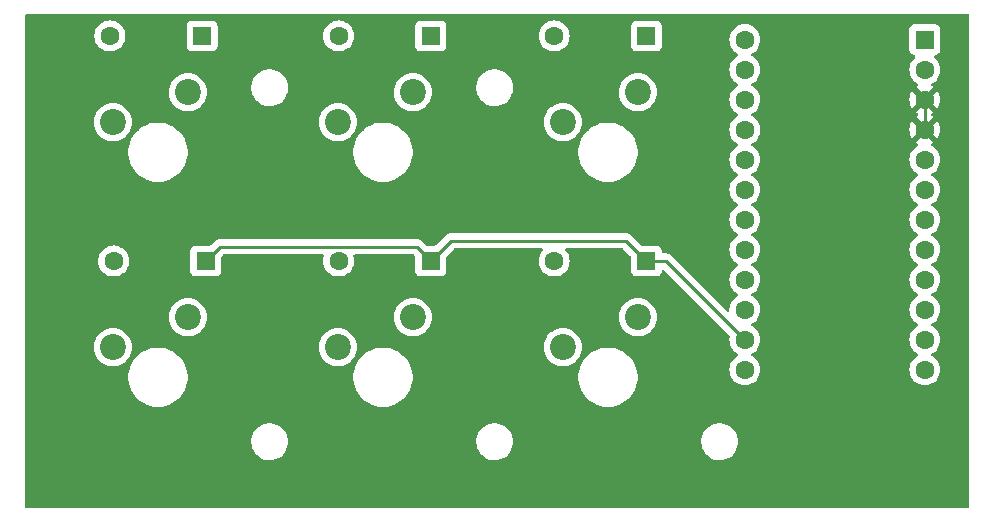
<source format=gtl>
%TF.GenerationSoftware,KiCad,Pcbnew,(6.0.4)*%
%TF.CreationDate,2022-04-14T11:49:59+05:30*%
%TF.ProjectId,6keymacro,366b6579-6d61-4637-926f-2e6b69636164,rev?*%
%TF.SameCoordinates,Original*%
%TF.FileFunction,Copper,L1,Top*%
%TF.FilePolarity,Positive*%
%FSLAX46Y46*%
G04 Gerber Fmt 4.6, Leading zero omitted, Abs format (unit mm)*
G04 Created by KiCad (PCBNEW (6.0.4)) date 2022-04-14 11:49:59*
%MOMM*%
%LPD*%
G01*
G04 APERTURE LIST*
%TA.AperFunction,ComponentPad*%
%ADD10C,2.200000*%
%TD*%
%TA.AperFunction,ComponentPad*%
%ADD11R,1.600000X1.600000*%
%TD*%
%TA.AperFunction,ComponentPad*%
%ADD12C,1.600000*%
%TD*%
%TA.AperFunction,Conductor*%
%ADD13C,0.250000*%
%TD*%
G04 APERTURE END LIST*
D10*
%TO.P,K5,1*%
%TO.N,col3*%
X157162500Y-47625000D03*
%TO.P,K5,2*%
%TO.N,Net-(D5-Pad2)*%
X150812500Y-50165000D03*
%TD*%
%TO.P,K4,1*%
%TO.N,col2*%
X138112500Y-66675000D03*
%TO.P,K4,2*%
%TO.N,Net-(D4-Pad2)*%
X131762500Y-69215000D03*
%TD*%
%TO.P,K1,1*%
%TO.N,col1*%
X119062500Y-47625000D03*
%TO.P,K1,2*%
%TO.N,Net-(D1-Pad2)*%
X112712500Y-50165000D03*
%TD*%
%TO.P,K2,1*%
%TO.N,col1*%
X119062500Y-66675000D03*
%TO.P,K2,2*%
%TO.N,Net-(D2-Pad2)*%
X112712500Y-69215000D03*
%TD*%
%TO.P,K3,1*%
%TO.N,col2*%
X138112500Y-47625000D03*
%TO.P,K3,2*%
%TO.N,Net-(D3-Pad2)*%
X131762500Y-50165000D03*
%TD*%
%TO.P,K6,1*%
%TO.N,col3*%
X157162500Y-66675000D03*
%TO.P,K6,2*%
%TO.N,Net-(D6-Pad2)*%
X150812500Y-69215000D03*
%TD*%
D11*
%TO.P,D2,1,K*%
%TO.N,row2*%
X120581250Y-61912500D03*
D12*
%TO.P,D2,2,A*%
%TO.N,Net-(D2-Pad2)*%
X112781250Y-61912500D03*
%TD*%
D11*
%TO.P,D3,1,K*%
%TO.N,row1*%
X139631250Y-42862500D03*
D12*
%TO.P,D3,2,A*%
%TO.N,Net-(D3-Pad2)*%
X131831250Y-42862500D03*
%TD*%
D11*
%TO.P,D5,1,K*%
%TO.N,row1*%
X157875000Y-42862500D03*
D12*
%TO.P,D5,2,A*%
%TO.N,Net-(D5-Pad2)*%
X150075000Y-42862500D03*
%TD*%
D11*
%TO.P,D4,1,K*%
%TO.N,row2*%
X139631250Y-61912500D03*
D12*
%TO.P,D4,2,A*%
%TO.N,Net-(D4-Pad2)*%
X131831250Y-61912500D03*
%TD*%
D11*
%TO.P,D6,1,K*%
%TO.N,row2*%
X157875000Y-61912500D03*
D12*
%TO.P,D6,2,A*%
%TO.N,Net-(D6-Pad2)*%
X150075000Y-61912500D03*
%TD*%
D11*
%TO.P,D1,1,K*%
%TO.N,row1*%
X120262500Y-42862500D03*
D12*
%TO.P,D1,2,A*%
%TO.N,Net-(D1-Pad2)*%
X112462500Y-42862500D03*
%TD*%
D11*
%TO.P,U1,1,TX*%
%TO.N,unconnected-(U1-Pad1)*%
X181451250Y-43180000D03*
D12*
%TO.P,U1,2,RX*%
%TO.N,unconnected-(U1-Pad2)*%
X181451250Y-45720000D03*
%TO.P,U1,3,GND*%
%TO.N,+5V*%
X181451250Y-48260000D03*
%TO.P,U1,4,GND*%
X181451250Y-50800000D03*
%TO.P,U1,5,SDA*%
%TO.N,unconnected-(U1-Pad5)*%
X181451250Y-53340000D03*
%TO.P,U1,6,SCL*%
%TO.N,unconnected-(U1-Pad6)*%
X181451250Y-55880000D03*
%TO.P,U1,7,D4*%
%TO.N,unconnected-(U1-Pad7)*%
X181451250Y-58420000D03*
%TO.P,U1,8,C6*%
%TO.N,unconnected-(U1-Pad8)*%
X181451250Y-60960000D03*
%TO.P,U1,9,D7*%
%TO.N,unconnected-(U1-Pad9)*%
X181451250Y-63500000D03*
%TO.P,U1,10,E6*%
%TO.N,col3*%
X181451250Y-66040000D03*
%TO.P,U1,11,B4*%
%TO.N,col2*%
X181451250Y-68580000D03*
%TO.P,U1,12,B5*%
%TO.N,col1*%
X181451250Y-71120000D03*
%TO.P,U1,13,B6*%
%TO.N,row1*%
X166211250Y-71120000D03*
%TO.P,U1,14,B2*%
%TO.N,row2*%
X166211250Y-68580000D03*
%TO.P,U1,15,B3*%
%TO.N,unconnected-(U1-Pad15)*%
X166211250Y-66040000D03*
%TO.P,U1,16,B1*%
%TO.N,unconnected-(U1-Pad16)*%
X166211250Y-63500000D03*
%TO.P,U1,17,F7*%
%TO.N,unconnected-(U1-Pad17)*%
X166211250Y-60960000D03*
%TO.P,U1,18,F6*%
%TO.N,unconnected-(U1-Pad18)*%
X166211250Y-58420000D03*
%TO.P,U1,19,F5*%
%TO.N,unconnected-(U1-Pad19)*%
X166211250Y-55880000D03*
%TO.P,U1,20,F4*%
%TO.N,unconnected-(U1-Pad20)*%
X166211250Y-53340000D03*
%TO.P,U1,21,VCC*%
%TO.N,unconnected-(U1-Pad21)*%
X166211250Y-50800000D03*
%TO.P,U1,22,RST*%
%TO.N,unconnected-(U1-Pad22)*%
X166211250Y-48260000D03*
%TO.P,U1,23,GND*%
%TO.N,unconnected-(U1-Pad23)*%
X166211250Y-45720000D03*
%TO.P,U1,24,RAW*%
%TO.N,unconnected-(U1-Pad24)*%
X166211250Y-43180000D03*
%TD*%
D13*
%TO.N,Net-(D1-Pad2)*%
X112712500Y-43112500D02*
X112462500Y-42862500D01*
%TO.N,Net-(D2-Pad2)*%
X112781250Y-69146250D02*
X112712500Y-69215000D01*
%TO.N,row2*%
X138424750Y-60706000D02*
X139631250Y-61912500D01*
X159543750Y-61912500D02*
X166211250Y-68580000D01*
X139631250Y-61912500D02*
X141345750Y-60198000D01*
X156160500Y-60198000D02*
X157875000Y-61912500D01*
X157875000Y-61912500D02*
X159543750Y-61912500D01*
X120581250Y-61912500D02*
X121787750Y-60706000D01*
X141345750Y-60198000D02*
X156160500Y-60198000D01*
X121787750Y-60706000D02*
X138424750Y-60706000D01*
%TO.N,Net-(D3-Pad2)*%
X131831250Y-50096250D02*
X131762500Y-50165000D01*
%TO.N,Net-(D4-Pad2)*%
X131831250Y-69146250D02*
X131762500Y-69215000D01*
%TO.N,Net-(D5-Pad2)*%
X150075000Y-49427500D02*
X150812500Y-50165000D01*
%TO.N,Net-(D6-Pad2)*%
X150075000Y-68477500D02*
X150812500Y-69215000D01*
%TO.N,+5V*%
X181451250Y-48260000D02*
X181451250Y-50800000D01*
%TD*%
%TA.AperFunction,Conductor*%
%TO.N,+5V*%
G36*
X185171121Y-41009752D02*
G01*
X185217614Y-41063408D01*
X185229000Y-41115750D01*
X185229000Y-82709250D01*
X185208998Y-82777371D01*
X185155342Y-82823864D01*
X185103000Y-82835250D01*
X105409500Y-82835250D01*
X105341379Y-82815248D01*
X105294886Y-82761592D01*
X105283500Y-82709250D01*
X105283500Y-77270568D01*
X124421382Y-77270568D01*
X124450208Y-77519699D01*
X124451587Y-77524573D01*
X124451588Y-77524577D01*
X124490526Y-77662181D01*
X124518494Y-77761017D01*
X124520628Y-77765592D01*
X124520630Y-77765599D01*
X124622347Y-77983731D01*
X124624484Y-77988313D01*
X124627326Y-77992494D01*
X124627326Y-77992495D01*
X124762605Y-78191552D01*
X124762608Y-78191556D01*
X124765451Y-78195739D01*
X124768928Y-78199416D01*
X124768929Y-78199417D01*
X124869238Y-78305491D01*
X124937767Y-78377959D01*
X124941793Y-78381037D01*
X124941794Y-78381038D01*
X125132981Y-78527212D01*
X125132985Y-78527215D01*
X125137001Y-78530285D01*
X125358026Y-78648797D01*
X125362807Y-78650443D01*
X125362811Y-78650445D01*
X125588538Y-78728169D01*
X125595156Y-78730448D01*
X125698689Y-78748331D01*
X125838380Y-78772460D01*
X125838386Y-78772461D01*
X125842290Y-78773135D01*
X125846251Y-78773315D01*
X125846252Y-78773315D01*
X125870931Y-78774436D01*
X125870950Y-78774436D01*
X125872350Y-78774500D01*
X126047015Y-78774500D01*
X126049523Y-78774298D01*
X126049528Y-78774298D01*
X126228944Y-78759863D01*
X126228949Y-78759862D01*
X126233985Y-78759457D01*
X126238893Y-78758252D01*
X126238896Y-78758251D01*
X126472625Y-78700841D01*
X126477539Y-78699634D01*
X126482191Y-78697659D01*
X126482195Y-78697658D01*
X126703741Y-78603617D01*
X126703742Y-78603617D01*
X126708396Y-78601641D01*
X126920615Y-78468000D01*
X127108738Y-78302147D01*
X127267924Y-78108351D01*
X127394078Y-77891596D01*
X127483955Y-77657461D01*
X127535241Y-77411967D01*
X127541662Y-77270568D01*
X143471382Y-77270568D01*
X143500208Y-77519699D01*
X143501587Y-77524573D01*
X143501588Y-77524577D01*
X143540526Y-77662181D01*
X143568494Y-77761017D01*
X143570628Y-77765592D01*
X143570630Y-77765599D01*
X143672347Y-77983731D01*
X143674484Y-77988313D01*
X143677326Y-77992494D01*
X143677326Y-77992495D01*
X143812605Y-78191552D01*
X143812608Y-78191556D01*
X143815451Y-78195739D01*
X143818928Y-78199416D01*
X143818929Y-78199417D01*
X143919238Y-78305491D01*
X143987767Y-78377959D01*
X143991793Y-78381037D01*
X143991794Y-78381038D01*
X144182981Y-78527212D01*
X144182985Y-78527215D01*
X144187001Y-78530285D01*
X144408026Y-78648797D01*
X144412807Y-78650443D01*
X144412811Y-78650445D01*
X144638538Y-78728169D01*
X144645156Y-78730448D01*
X144748689Y-78748331D01*
X144888380Y-78772460D01*
X144888386Y-78772461D01*
X144892290Y-78773135D01*
X144896251Y-78773315D01*
X144896252Y-78773315D01*
X144920931Y-78774436D01*
X144920950Y-78774436D01*
X144922350Y-78774500D01*
X145097015Y-78774500D01*
X145099523Y-78774298D01*
X145099528Y-78774298D01*
X145278944Y-78759863D01*
X145278949Y-78759862D01*
X145283985Y-78759457D01*
X145288893Y-78758252D01*
X145288896Y-78758251D01*
X145522625Y-78700841D01*
X145527539Y-78699634D01*
X145532191Y-78697659D01*
X145532195Y-78697658D01*
X145753741Y-78603617D01*
X145753742Y-78603617D01*
X145758396Y-78601641D01*
X145970615Y-78468000D01*
X146158738Y-78302147D01*
X146317924Y-78108351D01*
X146444078Y-77891596D01*
X146533955Y-77657461D01*
X146585241Y-77411967D01*
X146591662Y-77270568D01*
X162521382Y-77270568D01*
X162550208Y-77519699D01*
X162551587Y-77524573D01*
X162551588Y-77524577D01*
X162590526Y-77662181D01*
X162618494Y-77761017D01*
X162620628Y-77765592D01*
X162620630Y-77765599D01*
X162722347Y-77983731D01*
X162724484Y-77988313D01*
X162727326Y-77992494D01*
X162727326Y-77992495D01*
X162862605Y-78191552D01*
X162862608Y-78191556D01*
X162865451Y-78195739D01*
X162868928Y-78199416D01*
X162868929Y-78199417D01*
X162969238Y-78305491D01*
X163037767Y-78377959D01*
X163041793Y-78381037D01*
X163041794Y-78381038D01*
X163232981Y-78527212D01*
X163232985Y-78527215D01*
X163237001Y-78530285D01*
X163458026Y-78648797D01*
X163462807Y-78650443D01*
X163462811Y-78650445D01*
X163688538Y-78728169D01*
X163695156Y-78730448D01*
X163798689Y-78748331D01*
X163938380Y-78772460D01*
X163938386Y-78772461D01*
X163942290Y-78773135D01*
X163946251Y-78773315D01*
X163946252Y-78773315D01*
X163970931Y-78774436D01*
X163970950Y-78774436D01*
X163972350Y-78774500D01*
X164147015Y-78774500D01*
X164149523Y-78774298D01*
X164149528Y-78774298D01*
X164328944Y-78759863D01*
X164328949Y-78759862D01*
X164333985Y-78759457D01*
X164338893Y-78758252D01*
X164338896Y-78758251D01*
X164572625Y-78700841D01*
X164577539Y-78699634D01*
X164582191Y-78697659D01*
X164582195Y-78697658D01*
X164803741Y-78603617D01*
X164803742Y-78603617D01*
X164808396Y-78601641D01*
X165020615Y-78468000D01*
X165208738Y-78302147D01*
X165367924Y-78108351D01*
X165494078Y-77891596D01*
X165583955Y-77657461D01*
X165635241Y-77411967D01*
X165646618Y-77161432D01*
X165617792Y-76912301D01*
X165578810Y-76774539D01*
X165550884Y-76675852D01*
X165550883Y-76675850D01*
X165549506Y-76670983D01*
X165547372Y-76666408D01*
X165547370Y-76666401D01*
X165445653Y-76448269D01*
X165445651Y-76448265D01*
X165443516Y-76443687D01*
X165440674Y-76439505D01*
X165305395Y-76240448D01*
X165305392Y-76240444D01*
X165302549Y-76236261D01*
X165201925Y-76129853D01*
X165133713Y-76057721D01*
X165130233Y-76054041D01*
X165126206Y-76050962D01*
X164935019Y-75904788D01*
X164935015Y-75904785D01*
X164930999Y-75901715D01*
X164709974Y-75783203D01*
X164705193Y-75781557D01*
X164705189Y-75781555D01*
X164477633Y-75703201D01*
X164472844Y-75701552D01*
X164369311Y-75683669D01*
X164229620Y-75659540D01*
X164229614Y-75659539D01*
X164225710Y-75658865D01*
X164221749Y-75658685D01*
X164221748Y-75658685D01*
X164197069Y-75657564D01*
X164197050Y-75657564D01*
X164195650Y-75657500D01*
X164020985Y-75657500D01*
X164018477Y-75657702D01*
X164018472Y-75657702D01*
X163839056Y-75672137D01*
X163839051Y-75672138D01*
X163834015Y-75672543D01*
X163829107Y-75673748D01*
X163829104Y-75673749D01*
X163597326Y-75730680D01*
X163590461Y-75732366D01*
X163585809Y-75734341D01*
X163585805Y-75734342D01*
X163465061Y-75785595D01*
X163359604Y-75830359D01*
X163147385Y-75964000D01*
X162959262Y-76129853D01*
X162800076Y-76323649D01*
X162673922Y-76540404D01*
X162584045Y-76774539D01*
X162532759Y-77020033D01*
X162521382Y-77270568D01*
X146591662Y-77270568D01*
X146596618Y-77161432D01*
X146567792Y-76912301D01*
X146528810Y-76774539D01*
X146500884Y-76675852D01*
X146500883Y-76675850D01*
X146499506Y-76670983D01*
X146497372Y-76666408D01*
X146497370Y-76666401D01*
X146395653Y-76448269D01*
X146395651Y-76448265D01*
X146393516Y-76443687D01*
X146390674Y-76439505D01*
X146255395Y-76240448D01*
X146255392Y-76240444D01*
X146252549Y-76236261D01*
X146151925Y-76129853D01*
X146083713Y-76057721D01*
X146080233Y-76054041D01*
X146076206Y-76050962D01*
X145885019Y-75904788D01*
X145885015Y-75904785D01*
X145880999Y-75901715D01*
X145659974Y-75783203D01*
X145655193Y-75781557D01*
X145655189Y-75781555D01*
X145427633Y-75703201D01*
X145422844Y-75701552D01*
X145319311Y-75683669D01*
X145179620Y-75659540D01*
X145179614Y-75659539D01*
X145175710Y-75658865D01*
X145171749Y-75658685D01*
X145171748Y-75658685D01*
X145147069Y-75657564D01*
X145147050Y-75657564D01*
X145145650Y-75657500D01*
X144970985Y-75657500D01*
X144968477Y-75657702D01*
X144968472Y-75657702D01*
X144789056Y-75672137D01*
X144789051Y-75672138D01*
X144784015Y-75672543D01*
X144779107Y-75673748D01*
X144779104Y-75673749D01*
X144547326Y-75730680D01*
X144540461Y-75732366D01*
X144535809Y-75734341D01*
X144535805Y-75734342D01*
X144415061Y-75785595D01*
X144309604Y-75830359D01*
X144097385Y-75964000D01*
X143909262Y-76129853D01*
X143750076Y-76323649D01*
X143623922Y-76540404D01*
X143534045Y-76774539D01*
X143482759Y-77020033D01*
X143471382Y-77270568D01*
X127541662Y-77270568D01*
X127546618Y-77161432D01*
X127517792Y-76912301D01*
X127478810Y-76774539D01*
X127450884Y-76675852D01*
X127450883Y-76675850D01*
X127449506Y-76670983D01*
X127447372Y-76666408D01*
X127447370Y-76666401D01*
X127345653Y-76448269D01*
X127345651Y-76448265D01*
X127343516Y-76443687D01*
X127340674Y-76439505D01*
X127205395Y-76240448D01*
X127205392Y-76240444D01*
X127202549Y-76236261D01*
X127101925Y-76129853D01*
X127033713Y-76057721D01*
X127030233Y-76054041D01*
X127026206Y-76050962D01*
X126835019Y-75904788D01*
X126835015Y-75904785D01*
X126830999Y-75901715D01*
X126609974Y-75783203D01*
X126605193Y-75781557D01*
X126605189Y-75781555D01*
X126377633Y-75703201D01*
X126372844Y-75701552D01*
X126269311Y-75683669D01*
X126129620Y-75659540D01*
X126129614Y-75659539D01*
X126125710Y-75658865D01*
X126121749Y-75658685D01*
X126121748Y-75658685D01*
X126097069Y-75657564D01*
X126097050Y-75657564D01*
X126095650Y-75657500D01*
X125920985Y-75657500D01*
X125918477Y-75657702D01*
X125918472Y-75657702D01*
X125739056Y-75672137D01*
X125739051Y-75672138D01*
X125734015Y-75672543D01*
X125729107Y-75673748D01*
X125729104Y-75673749D01*
X125497326Y-75730680D01*
X125490461Y-75732366D01*
X125485809Y-75734341D01*
X125485805Y-75734342D01*
X125365061Y-75785595D01*
X125259604Y-75830359D01*
X125047385Y-75964000D01*
X124859262Y-76129853D01*
X124700076Y-76323649D01*
X124573922Y-76540404D01*
X124484045Y-76774539D01*
X124432759Y-77020033D01*
X124421382Y-77270568D01*
X105283500Y-77270568D01*
X105283500Y-71912821D01*
X114014000Y-71912821D01*
X114053560Y-72225975D01*
X114132057Y-72531702D01*
X114248253Y-72825179D01*
X114400316Y-73101779D01*
X114585846Y-73357140D01*
X114801918Y-73587233D01*
X115045125Y-73788432D01*
X115311631Y-73957562D01*
X115315210Y-73959246D01*
X115315217Y-73959250D01*
X115593644Y-74090267D01*
X115593648Y-74090269D01*
X115597234Y-74091956D01*
X115897428Y-74189495D01*
X116207480Y-74248641D01*
X116443662Y-74263500D01*
X116601338Y-74263500D01*
X116837520Y-74248641D01*
X117147572Y-74189495D01*
X117447766Y-74091956D01*
X117451352Y-74090269D01*
X117451356Y-74090267D01*
X117729783Y-73959250D01*
X117729790Y-73959246D01*
X117733369Y-73957562D01*
X117999875Y-73788432D01*
X118243082Y-73587233D01*
X118459154Y-73357140D01*
X118644684Y-73101779D01*
X118796747Y-72825179D01*
X118912943Y-72531702D01*
X118991440Y-72225975D01*
X119031000Y-71912821D01*
X133064000Y-71912821D01*
X133103560Y-72225975D01*
X133182057Y-72531702D01*
X133298253Y-72825179D01*
X133450316Y-73101779D01*
X133635846Y-73357140D01*
X133851918Y-73587233D01*
X134095125Y-73788432D01*
X134361631Y-73957562D01*
X134365210Y-73959246D01*
X134365217Y-73959250D01*
X134643644Y-74090267D01*
X134643648Y-74090269D01*
X134647234Y-74091956D01*
X134947428Y-74189495D01*
X135257480Y-74248641D01*
X135493662Y-74263500D01*
X135651338Y-74263500D01*
X135887520Y-74248641D01*
X136197572Y-74189495D01*
X136497766Y-74091956D01*
X136501352Y-74090269D01*
X136501356Y-74090267D01*
X136779783Y-73959250D01*
X136779790Y-73959246D01*
X136783369Y-73957562D01*
X137049875Y-73788432D01*
X137293082Y-73587233D01*
X137509154Y-73357140D01*
X137694684Y-73101779D01*
X137846747Y-72825179D01*
X137962943Y-72531702D01*
X138041440Y-72225975D01*
X138081000Y-71912821D01*
X152114000Y-71912821D01*
X152153560Y-72225975D01*
X152232057Y-72531702D01*
X152348253Y-72825179D01*
X152500316Y-73101779D01*
X152685846Y-73357140D01*
X152901918Y-73587233D01*
X153145125Y-73788432D01*
X153411631Y-73957562D01*
X153415210Y-73959246D01*
X153415217Y-73959250D01*
X153693644Y-74090267D01*
X153693648Y-74090269D01*
X153697234Y-74091956D01*
X153997428Y-74189495D01*
X154307480Y-74248641D01*
X154543662Y-74263500D01*
X154701338Y-74263500D01*
X154937520Y-74248641D01*
X155247572Y-74189495D01*
X155547766Y-74091956D01*
X155551352Y-74090269D01*
X155551356Y-74090267D01*
X155829783Y-73959250D01*
X155829790Y-73959246D01*
X155833369Y-73957562D01*
X156099875Y-73788432D01*
X156343082Y-73587233D01*
X156559154Y-73357140D01*
X156744684Y-73101779D01*
X156896747Y-72825179D01*
X157012943Y-72531702D01*
X157091440Y-72225975D01*
X157131000Y-71912821D01*
X157131000Y-71597179D01*
X157091440Y-71284025D01*
X157012943Y-70978298D01*
X157011490Y-70974628D01*
X156898202Y-70688495D01*
X156898200Y-70688490D01*
X156896747Y-70684821D01*
X156894840Y-70681352D01*
X156746593Y-70411693D01*
X156746591Y-70411690D01*
X156744684Y-70408221D01*
X156559154Y-70152860D01*
X156366310Y-69947502D01*
X156345797Y-69925658D01*
X156345796Y-69925657D01*
X156343082Y-69922767D01*
X156099875Y-69721568D01*
X155833369Y-69552438D01*
X155829790Y-69550754D01*
X155829783Y-69550750D01*
X155551356Y-69419733D01*
X155551352Y-69419731D01*
X155547766Y-69418044D01*
X155247572Y-69320505D01*
X154937520Y-69261359D01*
X154701338Y-69246500D01*
X154543662Y-69246500D01*
X154307480Y-69261359D01*
X153997428Y-69320505D01*
X153697234Y-69418044D01*
X153693648Y-69419731D01*
X153693644Y-69419733D01*
X153415217Y-69550750D01*
X153415210Y-69550754D01*
X153411631Y-69552438D01*
X153145125Y-69721568D01*
X152901918Y-69922767D01*
X152899204Y-69925657D01*
X152899203Y-69925658D01*
X152878690Y-69947502D01*
X152685846Y-70152860D01*
X152500316Y-70408221D01*
X152498409Y-70411690D01*
X152498407Y-70411693D01*
X152350160Y-70681352D01*
X152348253Y-70684821D01*
X152346800Y-70688490D01*
X152346798Y-70688495D01*
X152233510Y-70974628D01*
X152232057Y-70978298D01*
X152153560Y-71284025D01*
X152114000Y-71597179D01*
X152114000Y-71912821D01*
X138081000Y-71912821D01*
X138081000Y-71597179D01*
X138041440Y-71284025D01*
X137962943Y-70978298D01*
X137961490Y-70974628D01*
X137848202Y-70688495D01*
X137848200Y-70688490D01*
X137846747Y-70684821D01*
X137844840Y-70681352D01*
X137696593Y-70411693D01*
X137696591Y-70411690D01*
X137694684Y-70408221D01*
X137509154Y-70152860D01*
X137316310Y-69947502D01*
X137295797Y-69925658D01*
X137295796Y-69925657D01*
X137293082Y-69922767D01*
X137049875Y-69721568D01*
X136783369Y-69552438D01*
X136779790Y-69550754D01*
X136779783Y-69550750D01*
X136501356Y-69419733D01*
X136501352Y-69419731D01*
X136497766Y-69418044D01*
X136197572Y-69320505D01*
X135887520Y-69261359D01*
X135651338Y-69246500D01*
X135493662Y-69246500D01*
X135257480Y-69261359D01*
X134947428Y-69320505D01*
X134647234Y-69418044D01*
X134643648Y-69419731D01*
X134643644Y-69419733D01*
X134365217Y-69550750D01*
X134365210Y-69550754D01*
X134361631Y-69552438D01*
X134095125Y-69721568D01*
X133851918Y-69922767D01*
X133849204Y-69925657D01*
X133849203Y-69925658D01*
X133828690Y-69947502D01*
X133635846Y-70152860D01*
X133450316Y-70408221D01*
X133448409Y-70411690D01*
X133448407Y-70411693D01*
X133300160Y-70681352D01*
X133298253Y-70684821D01*
X133296800Y-70688490D01*
X133296798Y-70688495D01*
X133183510Y-70974628D01*
X133182057Y-70978298D01*
X133103560Y-71284025D01*
X133064000Y-71597179D01*
X133064000Y-71912821D01*
X119031000Y-71912821D01*
X119031000Y-71597179D01*
X118991440Y-71284025D01*
X118912943Y-70978298D01*
X118911490Y-70974628D01*
X118798202Y-70688495D01*
X118798200Y-70688490D01*
X118796747Y-70684821D01*
X118794840Y-70681352D01*
X118646593Y-70411693D01*
X118646591Y-70411690D01*
X118644684Y-70408221D01*
X118459154Y-70152860D01*
X118266310Y-69947502D01*
X118245797Y-69925658D01*
X118245796Y-69925657D01*
X118243082Y-69922767D01*
X117999875Y-69721568D01*
X117733369Y-69552438D01*
X117729790Y-69550754D01*
X117729783Y-69550750D01*
X117451356Y-69419733D01*
X117451352Y-69419731D01*
X117447766Y-69418044D01*
X117147572Y-69320505D01*
X116837520Y-69261359D01*
X116601338Y-69246500D01*
X116443662Y-69246500D01*
X116207480Y-69261359D01*
X115897428Y-69320505D01*
X115597234Y-69418044D01*
X115593648Y-69419731D01*
X115593644Y-69419733D01*
X115315217Y-69550750D01*
X115315210Y-69550754D01*
X115311631Y-69552438D01*
X115045125Y-69721568D01*
X114801918Y-69922767D01*
X114799204Y-69925657D01*
X114799203Y-69925658D01*
X114778690Y-69947502D01*
X114585846Y-70152860D01*
X114400316Y-70408221D01*
X114398409Y-70411690D01*
X114398407Y-70411693D01*
X114250160Y-70681352D01*
X114248253Y-70684821D01*
X114246800Y-70688490D01*
X114246798Y-70688495D01*
X114133510Y-70974628D01*
X114132057Y-70978298D01*
X114053560Y-71284025D01*
X114014000Y-71597179D01*
X114014000Y-71912821D01*
X105283500Y-71912821D01*
X105283500Y-69215000D01*
X111099026Y-69215000D01*
X111118891Y-69467403D01*
X111120045Y-69472210D01*
X111120046Y-69472216D01*
X111139306Y-69552438D01*
X111177995Y-69713591D01*
X111179888Y-69718162D01*
X111179889Y-69718164D01*
X111263593Y-69920242D01*
X111274884Y-69947502D01*
X111407172Y-70163376D01*
X111571602Y-70355898D01*
X111764124Y-70520328D01*
X111979998Y-70652616D01*
X111984568Y-70654509D01*
X111984572Y-70654511D01*
X112209336Y-70747611D01*
X112213909Y-70749505D01*
X112298532Y-70769821D01*
X112455284Y-70807454D01*
X112455290Y-70807455D01*
X112460097Y-70808609D01*
X112712500Y-70828474D01*
X112964903Y-70808609D01*
X112969710Y-70807455D01*
X112969716Y-70807454D01*
X113126468Y-70769821D01*
X113211091Y-70749505D01*
X113215664Y-70747611D01*
X113440428Y-70654511D01*
X113440432Y-70654509D01*
X113445002Y-70652616D01*
X113660876Y-70520328D01*
X113853398Y-70355898D01*
X114017828Y-70163376D01*
X114150116Y-69947502D01*
X114161408Y-69920242D01*
X114245111Y-69718164D01*
X114245112Y-69718162D01*
X114247005Y-69713591D01*
X114285694Y-69552438D01*
X114304954Y-69472216D01*
X114304955Y-69472210D01*
X114306109Y-69467403D01*
X114325974Y-69215000D01*
X130149026Y-69215000D01*
X130168891Y-69467403D01*
X130170045Y-69472210D01*
X130170046Y-69472216D01*
X130189306Y-69552438D01*
X130227995Y-69713591D01*
X130229888Y-69718162D01*
X130229889Y-69718164D01*
X130313593Y-69920242D01*
X130324884Y-69947502D01*
X130457172Y-70163376D01*
X130621602Y-70355898D01*
X130814124Y-70520328D01*
X131029998Y-70652616D01*
X131034568Y-70654509D01*
X131034572Y-70654511D01*
X131259336Y-70747611D01*
X131263909Y-70749505D01*
X131348532Y-70769821D01*
X131505284Y-70807454D01*
X131505290Y-70807455D01*
X131510097Y-70808609D01*
X131762500Y-70828474D01*
X132014903Y-70808609D01*
X132019710Y-70807455D01*
X132019716Y-70807454D01*
X132176468Y-70769821D01*
X132261091Y-70749505D01*
X132265664Y-70747611D01*
X132490428Y-70654511D01*
X132490432Y-70654509D01*
X132495002Y-70652616D01*
X132710876Y-70520328D01*
X132903398Y-70355898D01*
X133067828Y-70163376D01*
X133200116Y-69947502D01*
X133211408Y-69920242D01*
X133295111Y-69718164D01*
X133295112Y-69718162D01*
X133297005Y-69713591D01*
X133335694Y-69552438D01*
X133354954Y-69472216D01*
X133354955Y-69472210D01*
X133356109Y-69467403D01*
X133375974Y-69215000D01*
X149199026Y-69215000D01*
X149218891Y-69467403D01*
X149220045Y-69472210D01*
X149220046Y-69472216D01*
X149239306Y-69552438D01*
X149277995Y-69713591D01*
X149279888Y-69718162D01*
X149279889Y-69718164D01*
X149363593Y-69920242D01*
X149374884Y-69947502D01*
X149507172Y-70163376D01*
X149671602Y-70355898D01*
X149864124Y-70520328D01*
X150079998Y-70652616D01*
X150084568Y-70654509D01*
X150084572Y-70654511D01*
X150309336Y-70747611D01*
X150313909Y-70749505D01*
X150398532Y-70769821D01*
X150555284Y-70807454D01*
X150555290Y-70807455D01*
X150560097Y-70808609D01*
X150812500Y-70828474D01*
X151064903Y-70808609D01*
X151069710Y-70807455D01*
X151069716Y-70807454D01*
X151226468Y-70769821D01*
X151311091Y-70749505D01*
X151315664Y-70747611D01*
X151540428Y-70654511D01*
X151540432Y-70654509D01*
X151545002Y-70652616D01*
X151760876Y-70520328D01*
X151953398Y-70355898D01*
X152117828Y-70163376D01*
X152250116Y-69947502D01*
X152261408Y-69920242D01*
X152345111Y-69718164D01*
X152345112Y-69718162D01*
X152347005Y-69713591D01*
X152385694Y-69552438D01*
X152404954Y-69472216D01*
X152404955Y-69472210D01*
X152406109Y-69467403D01*
X152425974Y-69215000D01*
X152406109Y-68962597D01*
X152347005Y-68716409D01*
X152345111Y-68711836D01*
X152252011Y-68487072D01*
X152252009Y-68487068D01*
X152250116Y-68482498D01*
X152117828Y-68266624D01*
X151953398Y-68074102D01*
X151760876Y-67909672D01*
X151545002Y-67777384D01*
X151540432Y-67775491D01*
X151540428Y-67775489D01*
X151315664Y-67682389D01*
X151315662Y-67682388D01*
X151311091Y-67680495D01*
X151226468Y-67660179D01*
X151069716Y-67622546D01*
X151069710Y-67622545D01*
X151064903Y-67621391D01*
X150812500Y-67601526D01*
X150560097Y-67621391D01*
X150555290Y-67622545D01*
X150555284Y-67622546D01*
X150398532Y-67660179D01*
X150313909Y-67680495D01*
X150309338Y-67682388D01*
X150309336Y-67682389D01*
X150084572Y-67775489D01*
X150084568Y-67775491D01*
X150079998Y-67777384D01*
X150075778Y-67779970D01*
X149980419Y-67838406D01*
X149942706Y-67853681D01*
X149935708Y-67854343D01*
X149850964Y-67884853D01*
X149792571Y-67905875D01*
X149792569Y-67905876D01*
X149785111Y-67908561D01*
X149652729Y-67998528D01*
X149546880Y-68118590D01*
X149543283Y-68125649D01*
X149543282Y-68125651D01*
X149537975Y-68136067D01*
X149474215Y-68261204D01*
X149472485Y-68268942D01*
X149472485Y-68268943D01*
X149457958Y-68333933D01*
X149442425Y-68372281D01*
X149374884Y-68482498D01*
X149372991Y-68487068D01*
X149372990Y-68487070D01*
X149279889Y-68711836D01*
X149277995Y-68716409D01*
X149218891Y-68962597D01*
X149199026Y-69215000D01*
X133375974Y-69215000D01*
X133356109Y-68962597D01*
X133297005Y-68716409D01*
X133295111Y-68711836D01*
X133202011Y-68487072D01*
X133202009Y-68487068D01*
X133200116Y-68482498D01*
X133067828Y-68266624D01*
X132903398Y-68074102D01*
X132710876Y-67909672D01*
X132495002Y-67777384D01*
X132490432Y-67775491D01*
X132490428Y-67775489D01*
X132265664Y-67682389D01*
X132265662Y-67682388D01*
X132261091Y-67680495D01*
X132176468Y-67660179D01*
X132019716Y-67622546D01*
X132019710Y-67622545D01*
X132014903Y-67621391D01*
X131762500Y-67601526D01*
X131510097Y-67621391D01*
X131505290Y-67622545D01*
X131505284Y-67622546D01*
X131348532Y-67660179D01*
X131263909Y-67680495D01*
X131259338Y-67682388D01*
X131259336Y-67682389D01*
X131034572Y-67775489D01*
X131034568Y-67775491D01*
X131029998Y-67777384D01*
X130814124Y-67909672D01*
X130621602Y-68074102D01*
X130457172Y-68266624D01*
X130324884Y-68482498D01*
X130322991Y-68487068D01*
X130322989Y-68487072D01*
X130229889Y-68711836D01*
X130227995Y-68716409D01*
X130168891Y-68962597D01*
X130149026Y-69215000D01*
X114325974Y-69215000D01*
X114306109Y-68962597D01*
X114247005Y-68716409D01*
X114245111Y-68711836D01*
X114152011Y-68487072D01*
X114152009Y-68487068D01*
X114150116Y-68482498D01*
X114017828Y-68266624D01*
X113853398Y-68074102D01*
X113660876Y-67909672D01*
X113445002Y-67777384D01*
X113440432Y-67775491D01*
X113440428Y-67775489D01*
X113215664Y-67682389D01*
X113215662Y-67682388D01*
X113211091Y-67680495D01*
X113126468Y-67660179D01*
X112969716Y-67622546D01*
X112969710Y-67622545D01*
X112964903Y-67621391D01*
X112712500Y-67601526D01*
X112460097Y-67621391D01*
X112455290Y-67622545D01*
X112455284Y-67622546D01*
X112298532Y-67660179D01*
X112213909Y-67680495D01*
X112209338Y-67682388D01*
X112209336Y-67682389D01*
X111984572Y-67775489D01*
X111984568Y-67775491D01*
X111979998Y-67777384D01*
X111764124Y-67909672D01*
X111571602Y-68074102D01*
X111407172Y-68266624D01*
X111274884Y-68482498D01*
X111272991Y-68487068D01*
X111272989Y-68487072D01*
X111179889Y-68711836D01*
X111177995Y-68716409D01*
X111118891Y-68962597D01*
X111099026Y-69215000D01*
X105283500Y-69215000D01*
X105283500Y-66675000D01*
X117449026Y-66675000D01*
X117468891Y-66927403D01*
X117527995Y-67173591D01*
X117529888Y-67178162D01*
X117529889Y-67178164D01*
X117612365Y-67377278D01*
X117624884Y-67407502D01*
X117757172Y-67623376D01*
X117921602Y-67815898D01*
X118114124Y-67980328D01*
X118329998Y-68112616D01*
X118334568Y-68114509D01*
X118334572Y-68114511D01*
X118559336Y-68207611D01*
X118563909Y-68209505D01*
X118645379Y-68229064D01*
X118805284Y-68267454D01*
X118805290Y-68267455D01*
X118810097Y-68268609D01*
X119062500Y-68288474D01*
X119314903Y-68268609D01*
X119319710Y-68267455D01*
X119319716Y-68267454D01*
X119479621Y-68229064D01*
X119561091Y-68209505D01*
X119565664Y-68207611D01*
X119790428Y-68114511D01*
X119790432Y-68114509D01*
X119795002Y-68112616D01*
X120010876Y-67980328D01*
X120203398Y-67815898D01*
X120367828Y-67623376D01*
X120500116Y-67407502D01*
X120512636Y-67377278D01*
X120595111Y-67178164D01*
X120595112Y-67178162D01*
X120597005Y-67173591D01*
X120656109Y-66927403D01*
X120675974Y-66675000D01*
X136499026Y-66675000D01*
X136518891Y-66927403D01*
X136577995Y-67173591D01*
X136579888Y-67178162D01*
X136579889Y-67178164D01*
X136662365Y-67377278D01*
X136674884Y-67407502D01*
X136807172Y-67623376D01*
X136971602Y-67815898D01*
X137164124Y-67980328D01*
X137379998Y-68112616D01*
X137384568Y-68114509D01*
X137384572Y-68114511D01*
X137609336Y-68207611D01*
X137613909Y-68209505D01*
X137695379Y-68229064D01*
X137855284Y-68267454D01*
X137855290Y-68267455D01*
X137860097Y-68268609D01*
X138112500Y-68288474D01*
X138364903Y-68268609D01*
X138369710Y-68267455D01*
X138369716Y-68267454D01*
X138529621Y-68229064D01*
X138611091Y-68209505D01*
X138615664Y-68207611D01*
X138840428Y-68114511D01*
X138840432Y-68114509D01*
X138845002Y-68112616D01*
X139060876Y-67980328D01*
X139253398Y-67815898D01*
X139417828Y-67623376D01*
X139550116Y-67407502D01*
X139562636Y-67377278D01*
X139645111Y-67178164D01*
X139645112Y-67178162D01*
X139647005Y-67173591D01*
X139706109Y-66927403D01*
X139725974Y-66675000D01*
X155549026Y-66675000D01*
X155568891Y-66927403D01*
X155627995Y-67173591D01*
X155629888Y-67178162D01*
X155629889Y-67178164D01*
X155712365Y-67377278D01*
X155724884Y-67407502D01*
X155857172Y-67623376D01*
X156021602Y-67815898D01*
X156214124Y-67980328D01*
X156429998Y-68112616D01*
X156434568Y-68114509D01*
X156434572Y-68114511D01*
X156659336Y-68207611D01*
X156663909Y-68209505D01*
X156745379Y-68229064D01*
X156905284Y-68267454D01*
X156905290Y-68267455D01*
X156910097Y-68268609D01*
X157162500Y-68288474D01*
X157414903Y-68268609D01*
X157419710Y-68267455D01*
X157419716Y-68267454D01*
X157579621Y-68229064D01*
X157661091Y-68209505D01*
X157665664Y-68207611D01*
X157890428Y-68114511D01*
X157890432Y-68114509D01*
X157895002Y-68112616D01*
X158110876Y-67980328D01*
X158303398Y-67815898D01*
X158467828Y-67623376D01*
X158600116Y-67407502D01*
X158612636Y-67377278D01*
X158695111Y-67178164D01*
X158695112Y-67178162D01*
X158697005Y-67173591D01*
X158756109Y-66927403D01*
X158775974Y-66675000D01*
X158756109Y-66422597D01*
X158697005Y-66176409D01*
X158695111Y-66171836D01*
X158602011Y-65947072D01*
X158602009Y-65947068D01*
X158600116Y-65942498D01*
X158467828Y-65726624D01*
X158303398Y-65534102D01*
X158110876Y-65369672D01*
X157895002Y-65237384D01*
X157890432Y-65235491D01*
X157890428Y-65235489D01*
X157665664Y-65142389D01*
X157665662Y-65142388D01*
X157661091Y-65140495D01*
X157576468Y-65120179D01*
X157419716Y-65082546D01*
X157419710Y-65082545D01*
X157414903Y-65081391D01*
X157162500Y-65061526D01*
X156910097Y-65081391D01*
X156905290Y-65082545D01*
X156905284Y-65082546D01*
X156748532Y-65120179D01*
X156663909Y-65140495D01*
X156659338Y-65142388D01*
X156659336Y-65142389D01*
X156434572Y-65235489D01*
X156434568Y-65235491D01*
X156429998Y-65237384D01*
X156214124Y-65369672D01*
X156021602Y-65534102D01*
X155857172Y-65726624D01*
X155724884Y-65942498D01*
X155722991Y-65947068D01*
X155722989Y-65947072D01*
X155629889Y-66171836D01*
X155627995Y-66176409D01*
X155568891Y-66422597D01*
X155549026Y-66675000D01*
X139725974Y-66675000D01*
X139706109Y-66422597D01*
X139647005Y-66176409D01*
X139645111Y-66171836D01*
X139552011Y-65947072D01*
X139552009Y-65947068D01*
X139550116Y-65942498D01*
X139417828Y-65726624D01*
X139253398Y-65534102D01*
X139060876Y-65369672D01*
X138845002Y-65237384D01*
X138840432Y-65235491D01*
X138840428Y-65235489D01*
X138615664Y-65142389D01*
X138615662Y-65142388D01*
X138611091Y-65140495D01*
X138526468Y-65120179D01*
X138369716Y-65082546D01*
X138369710Y-65082545D01*
X138364903Y-65081391D01*
X138112500Y-65061526D01*
X137860097Y-65081391D01*
X137855290Y-65082545D01*
X137855284Y-65082546D01*
X137698532Y-65120179D01*
X137613909Y-65140495D01*
X137609338Y-65142388D01*
X137609336Y-65142389D01*
X137384572Y-65235489D01*
X137384568Y-65235491D01*
X137379998Y-65237384D01*
X137164124Y-65369672D01*
X136971602Y-65534102D01*
X136807172Y-65726624D01*
X136674884Y-65942498D01*
X136672991Y-65947068D01*
X136672989Y-65947072D01*
X136579889Y-66171836D01*
X136577995Y-66176409D01*
X136518891Y-66422597D01*
X136499026Y-66675000D01*
X120675974Y-66675000D01*
X120656109Y-66422597D01*
X120597005Y-66176409D01*
X120595111Y-66171836D01*
X120502011Y-65947072D01*
X120502009Y-65947068D01*
X120500116Y-65942498D01*
X120367828Y-65726624D01*
X120203398Y-65534102D01*
X120010876Y-65369672D01*
X119795002Y-65237384D01*
X119790432Y-65235491D01*
X119790428Y-65235489D01*
X119565664Y-65142389D01*
X119565662Y-65142388D01*
X119561091Y-65140495D01*
X119476468Y-65120179D01*
X119319716Y-65082546D01*
X119319710Y-65082545D01*
X119314903Y-65081391D01*
X119062500Y-65061526D01*
X118810097Y-65081391D01*
X118805290Y-65082545D01*
X118805284Y-65082546D01*
X118648532Y-65120179D01*
X118563909Y-65140495D01*
X118559338Y-65142388D01*
X118559336Y-65142389D01*
X118334572Y-65235489D01*
X118334568Y-65235491D01*
X118329998Y-65237384D01*
X118114124Y-65369672D01*
X117921602Y-65534102D01*
X117757172Y-65726624D01*
X117624884Y-65942498D01*
X117622991Y-65947068D01*
X117622989Y-65947072D01*
X117529889Y-66171836D01*
X117527995Y-66176409D01*
X117468891Y-66422597D01*
X117449026Y-66675000D01*
X105283500Y-66675000D01*
X105283500Y-61912500D01*
X111467752Y-61912500D01*
X111487707Y-62140587D01*
X111489131Y-62145900D01*
X111489131Y-62145902D01*
X111529693Y-62297278D01*
X111546966Y-62361743D01*
X111549289Y-62366724D01*
X111549289Y-62366725D01*
X111641401Y-62564262D01*
X111641404Y-62564267D01*
X111643727Y-62569249D01*
X111775052Y-62756800D01*
X111936950Y-62918698D01*
X111941458Y-62921855D01*
X111941461Y-62921857D01*
X111982792Y-62950797D01*
X112124501Y-63050023D01*
X112129483Y-63052346D01*
X112129488Y-63052349D01*
X112327025Y-63144461D01*
X112332007Y-63146784D01*
X112337315Y-63148206D01*
X112337317Y-63148207D01*
X112547848Y-63204619D01*
X112547850Y-63204619D01*
X112553163Y-63206043D01*
X112781250Y-63225998D01*
X113009337Y-63206043D01*
X113014650Y-63204619D01*
X113014652Y-63204619D01*
X113225183Y-63148207D01*
X113225185Y-63148206D01*
X113230493Y-63146784D01*
X113235475Y-63144461D01*
X113433012Y-63052349D01*
X113433017Y-63052346D01*
X113437999Y-63050023D01*
X113579708Y-62950797D01*
X113621039Y-62921857D01*
X113621042Y-62921855D01*
X113625550Y-62918698D01*
X113783614Y-62760634D01*
X119272750Y-62760634D01*
X119279505Y-62822816D01*
X119330635Y-62959205D01*
X119417989Y-63075761D01*
X119534545Y-63163115D01*
X119670934Y-63214245D01*
X119733116Y-63221000D01*
X121429384Y-63221000D01*
X121491566Y-63214245D01*
X121627955Y-63163115D01*
X121744511Y-63075761D01*
X121831865Y-62959205D01*
X121882995Y-62822816D01*
X121889750Y-62760634D01*
X121889750Y-61552094D01*
X121909752Y-61483973D01*
X121926655Y-61462999D01*
X122013249Y-61376405D01*
X122075561Y-61342379D01*
X122102344Y-61339500D01*
X130465920Y-61339500D01*
X130534041Y-61359502D01*
X130580534Y-61413158D01*
X130590638Y-61483432D01*
X130587628Y-61498105D01*
X130537707Y-61684413D01*
X130517752Y-61912500D01*
X130537707Y-62140587D01*
X130539131Y-62145900D01*
X130539131Y-62145902D01*
X130579693Y-62297278D01*
X130596966Y-62361743D01*
X130599289Y-62366724D01*
X130599289Y-62366725D01*
X130691401Y-62564262D01*
X130691404Y-62564267D01*
X130693727Y-62569249D01*
X130825052Y-62756800D01*
X130986950Y-62918698D01*
X130991458Y-62921855D01*
X130991461Y-62921857D01*
X131032792Y-62950797D01*
X131174501Y-63050023D01*
X131179483Y-63052346D01*
X131179488Y-63052349D01*
X131377025Y-63144461D01*
X131382007Y-63146784D01*
X131387315Y-63148206D01*
X131387317Y-63148207D01*
X131597848Y-63204619D01*
X131597850Y-63204619D01*
X131603163Y-63206043D01*
X131831250Y-63225998D01*
X132059337Y-63206043D01*
X132064650Y-63204619D01*
X132064652Y-63204619D01*
X132275183Y-63148207D01*
X132275185Y-63148206D01*
X132280493Y-63146784D01*
X132285475Y-63144461D01*
X132483012Y-63052349D01*
X132483017Y-63052346D01*
X132487999Y-63050023D01*
X132629708Y-62950797D01*
X132671039Y-62921857D01*
X132671042Y-62921855D01*
X132675550Y-62918698D01*
X132837448Y-62756800D01*
X132968773Y-62569249D01*
X132971096Y-62564267D01*
X132971099Y-62564262D01*
X133063211Y-62366725D01*
X133063211Y-62366724D01*
X133065534Y-62361743D01*
X133082808Y-62297278D01*
X133123369Y-62145902D01*
X133123369Y-62145900D01*
X133124793Y-62140587D01*
X133144748Y-61912500D01*
X133124793Y-61684413D01*
X133074873Y-61498111D01*
X133076563Y-61427135D01*
X133116357Y-61368339D01*
X133181621Y-61340391D01*
X133196580Y-61339500D01*
X138110156Y-61339500D01*
X138178277Y-61359502D01*
X138199251Y-61376405D01*
X138285845Y-61462999D01*
X138319871Y-61525311D01*
X138322750Y-61552094D01*
X138322750Y-62760634D01*
X138329505Y-62822816D01*
X138380635Y-62959205D01*
X138467989Y-63075761D01*
X138584545Y-63163115D01*
X138720934Y-63214245D01*
X138783116Y-63221000D01*
X140479384Y-63221000D01*
X140541566Y-63214245D01*
X140677955Y-63163115D01*
X140794511Y-63075761D01*
X140881865Y-62959205D01*
X140932995Y-62822816D01*
X140939750Y-62760634D01*
X140939750Y-61552094D01*
X140959752Y-61483973D01*
X140976655Y-61462999D01*
X141571249Y-60868405D01*
X141633561Y-60834379D01*
X141660344Y-60831500D01*
X149001312Y-60831500D01*
X149069433Y-60851502D01*
X149115926Y-60905158D01*
X149126030Y-60975432D01*
X149096536Y-61040012D01*
X149090407Y-61046595D01*
X149068802Y-61068200D01*
X148937477Y-61255751D01*
X148935154Y-61260733D01*
X148935151Y-61260738D01*
X148854409Y-61433892D01*
X148840716Y-61463257D01*
X148839294Y-61468565D01*
X148839293Y-61468567D01*
X148798380Y-61621257D01*
X148781457Y-61684413D01*
X148761502Y-61912500D01*
X148781457Y-62140587D01*
X148782881Y-62145900D01*
X148782881Y-62145902D01*
X148823443Y-62297278D01*
X148840716Y-62361743D01*
X148843039Y-62366724D01*
X148843039Y-62366725D01*
X148935151Y-62564262D01*
X148935154Y-62564267D01*
X148937477Y-62569249D01*
X149068802Y-62756800D01*
X149230700Y-62918698D01*
X149235208Y-62921855D01*
X149235211Y-62921857D01*
X149276542Y-62950797D01*
X149418251Y-63050023D01*
X149423233Y-63052346D01*
X149423238Y-63052349D01*
X149620775Y-63144461D01*
X149625757Y-63146784D01*
X149631065Y-63148206D01*
X149631067Y-63148207D01*
X149841598Y-63204619D01*
X149841600Y-63204619D01*
X149846913Y-63206043D01*
X150075000Y-63225998D01*
X150303087Y-63206043D01*
X150308400Y-63204619D01*
X150308402Y-63204619D01*
X150518933Y-63148207D01*
X150518935Y-63148206D01*
X150524243Y-63146784D01*
X150529225Y-63144461D01*
X150726762Y-63052349D01*
X150726767Y-63052346D01*
X150731749Y-63050023D01*
X150873458Y-62950797D01*
X150914789Y-62921857D01*
X150914792Y-62921855D01*
X150919300Y-62918698D01*
X151081198Y-62756800D01*
X151212523Y-62569249D01*
X151214846Y-62564267D01*
X151214849Y-62564262D01*
X151306961Y-62366725D01*
X151306961Y-62366724D01*
X151309284Y-62361743D01*
X151326558Y-62297278D01*
X151367119Y-62145902D01*
X151367119Y-62145900D01*
X151368543Y-62140587D01*
X151388498Y-61912500D01*
X151368543Y-61684413D01*
X151351620Y-61621257D01*
X151310707Y-61468567D01*
X151310706Y-61468565D01*
X151309284Y-61463257D01*
X151295591Y-61433892D01*
X151214849Y-61260738D01*
X151214846Y-61260733D01*
X151212523Y-61255751D01*
X151081198Y-61068200D01*
X151059593Y-61046595D01*
X151025567Y-60984283D01*
X151030632Y-60913468D01*
X151073179Y-60856632D01*
X151139699Y-60831821D01*
X151148688Y-60831500D01*
X155845906Y-60831500D01*
X155914027Y-60851502D01*
X155935001Y-60868405D01*
X156529595Y-61462999D01*
X156563621Y-61525311D01*
X156566500Y-61552094D01*
X156566500Y-62760634D01*
X156573255Y-62822816D01*
X156624385Y-62959205D01*
X156711739Y-63075761D01*
X156828295Y-63163115D01*
X156964684Y-63214245D01*
X157026866Y-63221000D01*
X158723134Y-63221000D01*
X158785316Y-63214245D01*
X158921705Y-63163115D01*
X159038261Y-63075761D01*
X159125615Y-62959205D01*
X159176745Y-62822816D01*
X159183500Y-62760634D01*
X159183500Y-62752344D01*
X159203502Y-62684223D01*
X159257158Y-62637730D01*
X159327432Y-62627626D01*
X159392012Y-62657120D01*
X159398595Y-62663249D01*
X164902098Y-68166752D01*
X164936124Y-68229064D01*
X164934709Y-68288459D01*
X164919132Y-68346591D01*
X164919131Y-68346598D01*
X164917707Y-68351913D01*
X164897752Y-68580000D01*
X164917707Y-68808087D01*
X164976966Y-69029243D01*
X164979289Y-69034224D01*
X164979289Y-69034225D01*
X165071401Y-69231762D01*
X165071404Y-69231767D01*
X165073727Y-69236749D01*
X165205052Y-69424300D01*
X165366950Y-69586198D01*
X165371458Y-69589355D01*
X165371461Y-69589357D01*
X165449639Y-69644098D01*
X165554501Y-69717523D01*
X165559483Y-69719846D01*
X165559488Y-69719849D01*
X165593707Y-69735805D01*
X165646992Y-69782722D01*
X165666453Y-69850999D01*
X165645911Y-69918959D01*
X165593707Y-69964195D01*
X165559488Y-69980151D01*
X165559483Y-69980154D01*
X165554501Y-69982477D01*
X165449639Y-70055902D01*
X165371461Y-70110643D01*
X165371458Y-70110645D01*
X165366950Y-70113802D01*
X165205052Y-70275700D01*
X165073727Y-70463251D01*
X165071404Y-70468233D01*
X165071401Y-70468238D01*
X164979289Y-70665775D01*
X164976966Y-70670757D01*
X164975544Y-70676065D01*
X164975543Y-70676067D01*
X164919131Y-70886598D01*
X164917707Y-70891913D01*
X164897752Y-71120000D01*
X164917707Y-71348087D01*
X164976966Y-71569243D01*
X164979289Y-71574224D01*
X164979289Y-71574225D01*
X165071401Y-71771762D01*
X165071404Y-71771767D01*
X165073727Y-71776749D01*
X165205052Y-71964300D01*
X165366950Y-72126198D01*
X165371458Y-72129355D01*
X165371461Y-72129357D01*
X165449639Y-72184098D01*
X165554501Y-72257523D01*
X165559483Y-72259846D01*
X165559488Y-72259849D01*
X165757025Y-72351961D01*
X165762007Y-72354284D01*
X165767315Y-72355706D01*
X165767317Y-72355707D01*
X165977848Y-72412119D01*
X165977850Y-72412119D01*
X165983163Y-72413543D01*
X166211250Y-72433498D01*
X166439337Y-72413543D01*
X166444650Y-72412119D01*
X166444652Y-72412119D01*
X166655183Y-72355707D01*
X166655185Y-72355706D01*
X166660493Y-72354284D01*
X166665475Y-72351961D01*
X166863012Y-72259849D01*
X166863017Y-72259846D01*
X166867999Y-72257523D01*
X166972861Y-72184098D01*
X167051039Y-72129357D01*
X167051042Y-72129355D01*
X167055550Y-72126198D01*
X167217448Y-71964300D01*
X167348773Y-71776749D01*
X167351096Y-71771767D01*
X167351099Y-71771762D01*
X167443211Y-71574225D01*
X167443211Y-71574224D01*
X167445534Y-71569243D01*
X167504793Y-71348087D01*
X167524748Y-71120000D01*
X180137752Y-71120000D01*
X180157707Y-71348087D01*
X180216966Y-71569243D01*
X180219289Y-71574224D01*
X180219289Y-71574225D01*
X180311401Y-71771762D01*
X180311404Y-71771767D01*
X180313727Y-71776749D01*
X180445052Y-71964300D01*
X180606950Y-72126198D01*
X180611458Y-72129355D01*
X180611461Y-72129357D01*
X180689639Y-72184098D01*
X180794501Y-72257523D01*
X180799483Y-72259846D01*
X180799488Y-72259849D01*
X180997025Y-72351961D01*
X181002007Y-72354284D01*
X181007315Y-72355706D01*
X181007317Y-72355707D01*
X181217848Y-72412119D01*
X181217850Y-72412119D01*
X181223163Y-72413543D01*
X181451250Y-72433498D01*
X181679337Y-72413543D01*
X181684650Y-72412119D01*
X181684652Y-72412119D01*
X181895183Y-72355707D01*
X181895185Y-72355706D01*
X181900493Y-72354284D01*
X181905475Y-72351961D01*
X182103012Y-72259849D01*
X182103017Y-72259846D01*
X182107999Y-72257523D01*
X182212861Y-72184098D01*
X182291039Y-72129357D01*
X182291042Y-72129355D01*
X182295550Y-72126198D01*
X182457448Y-71964300D01*
X182588773Y-71776749D01*
X182591096Y-71771767D01*
X182591099Y-71771762D01*
X182683211Y-71574225D01*
X182683211Y-71574224D01*
X182685534Y-71569243D01*
X182744793Y-71348087D01*
X182764748Y-71120000D01*
X182744793Y-70891913D01*
X182743369Y-70886598D01*
X182686957Y-70676067D01*
X182686956Y-70676065D01*
X182685534Y-70670757D01*
X182683211Y-70665775D01*
X182591099Y-70468238D01*
X182591096Y-70468233D01*
X182588773Y-70463251D01*
X182457448Y-70275700D01*
X182295550Y-70113802D01*
X182291042Y-70110645D01*
X182291039Y-70110643D01*
X182212861Y-70055902D01*
X182107999Y-69982477D01*
X182103017Y-69980154D01*
X182103012Y-69980151D01*
X182068793Y-69964195D01*
X182015508Y-69917278D01*
X181996047Y-69849001D01*
X182016589Y-69781041D01*
X182068793Y-69735805D01*
X182103012Y-69719849D01*
X182103017Y-69719846D01*
X182107999Y-69717523D01*
X182212861Y-69644098D01*
X182291039Y-69589357D01*
X182291042Y-69589355D01*
X182295550Y-69586198D01*
X182457448Y-69424300D01*
X182588773Y-69236749D01*
X182591096Y-69231767D01*
X182591099Y-69231762D01*
X182683211Y-69034225D01*
X182683211Y-69034224D01*
X182685534Y-69029243D01*
X182744793Y-68808087D01*
X182764748Y-68580000D01*
X182744793Y-68351913D01*
X182739975Y-68333933D01*
X182686957Y-68136067D01*
X182686956Y-68136065D01*
X182685534Y-68130757D01*
X182683153Y-68125651D01*
X182591099Y-67928238D01*
X182591096Y-67928233D01*
X182588773Y-67923251D01*
X182457448Y-67735700D01*
X182295550Y-67573802D01*
X182291042Y-67570645D01*
X182291039Y-67570643D01*
X182212861Y-67515902D01*
X182107999Y-67442477D01*
X182103017Y-67440154D01*
X182103012Y-67440151D01*
X182068793Y-67424195D01*
X182015508Y-67377278D01*
X181996047Y-67309001D01*
X182016589Y-67241041D01*
X182068793Y-67195805D01*
X182103012Y-67179849D01*
X182103017Y-67179846D01*
X182107999Y-67177523D01*
X182212861Y-67104098D01*
X182291039Y-67049357D01*
X182291042Y-67049355D01*
X182295550Y-67046198D01*
X182457448Y-66884300D01*
X182588773Y-66696749D01*
X182591096Y-66691767D01*
X182591099Y-66691762D01*
X182683211Y-66494225D01*
X182683211Y-66494224D01*
X182685534Y-66489243D01*
X182744793Y-66268087D01*
X182764748Y-66040000D01*
X182744793Y-65811913D01*
X182721940Y-65726624D01*
X182686957Y-65596067D01*
X182686956Y-65596065D01*
X182685534Y-65590757D01*
X182657620Y-65530894D01*
X182591099Y-65388238D01*
X182591096Y-65388233D01*
X182588773Y-65383251D01*
X182457448Y-65195700D01*
X182295550Y-65033802D01*
X182291042Y-65030645D01*
X182291039Y-65030643D01*
X182212861Y-64975902D01*
X182107999Y-64902477D01*
X182103017Y-64900154D01*
X182103012Y-64900151D01*
X182068793Y-64884195D01*
X182015508Y-64837278D01*
X181996047Y-64769001D01*
X182016589Y-64701041D01*
X182068793Y-64655805D01*
X182103012Y-64639849D01*
X182103017Y-64639846D01*
X182107999Y-64637523D01*
X182212861Y-64564098D01*
X182291039Y-64509357D01*
X182291042Y-64509355D01*
X182295550Y-64506198D01*
X182457448Y-64344300D01*
X182588773Y-64156749D01*
X182591096Y-64151767D01*
X182591099Y-64151762D01*
X182683211Y-63954225D01*
X182683211Y-63954224D01*
X182685534Y-63949243D01*
X182744793Y-63728087D01*
X182764748Y-63500000D01*
X182744793Y-63271913D01*
X182731052Y-63220631D01*
X182686957Y-63056067D01*
X182686956Y-63056065D01*
X182685534Y-63050757D01*
X182642843Y-62959205D01*
X182591099Y-62848238D01*
X182591096Y-62848233D01*
X182588773Y-62843251D01*
X182457448Y-62655700D01*
X182295550Y-62493802D01*
X182291042Y-62490645D01*
X182291039Y-62490643D01*
X182212861Y-62435902D01*
X182107999Y-62362477D01*
X182103017Y-62360154D01*
X182103012Y-62360151D01*
X182068793Y-62344195D01*
X182015508Y-62297278D01*
X181996047Y-62229001D01*
X182016589Y-62161041D01*
X182068793Y-62115805D01*
X182103012Y-62099849D01*
X182103017Y-62099846D01*
X182107999Y-62097523D01*
X182212861Y-62024098D01*
X182291039Y-61969357D01*
X182291042Y-61969355D01*
X182295550Y-61966198D01*
X182457448Y-61804300D01*
X182588773Y-61616749D01*
X182591096Y-61611767D01*
X182591099Y-61611762D01*
X182683211Y-61414225D01*
X182683211Y-61414224D01*
X182685534Y-61409243D01*
X182687652Y-61401341D01*
X182743369Y-61193402D01*
X182743369Y-61193400D01*
X182744793Y-61188087D01*
X182764748Y-60960000D01*
X182744793Y-60731913D01*
X182726029Y-60661885D01*
X182686957Y-60516067D01*
X182686956Y-60516065D01*
X182685534Y-60510757D01*
X182683211Y-60505775D01*
X182591099Y-60308238D01*
X182591096Y-60308233D01*
X182588773Y-60303251D01*
X182485937Y-60156386D01*
X182460607Y-60120211D01*
X182460605Y-60120208D01*
X182457448Y-60115700D01*
X182295550Y-59953802D01*
X182291042Y-59950645D01*
X182291039Y-59950643D01*
X182212861Y-59895902D01*
X182107999Y-59822477D01*
X182103017Y-59820154D01*
X182103012Y-59820151D01*
X182068793Y-59804195D01*
X182015508Y-59757278D01*
X181996047Y-59689001D01*
X182016589Y-59621041D01*
X182068793Y-59575805D01*
X182103012Y-59559849D01*
X182103017Y-59559846D01*
X182107999Y-59557523D01*
X182212861Y-59484098D01*
X182291039Y-59429357D01*
X182291042Y-59429355D01*
X182295550Y-59426198D01*
X182457448Y-59264300D01*
X182588773Y-59076749D01*
X182591096Y-59071767D01*
X182591099Y-59071762D01*
X182683211Y-58874225D01*
X182683211Y-58874224D01*
X182685534Y-58869243D01*
X182744793Y-58648087D01*
X182764748Y-58420000D01*
X182744793Y-58191913D01*
X182685534Y-57970757D01*
X182683211Y-57965775D01*
X182591099Y-57768238D01*
X182591096Y-57768233D01*
X182588773Y-57763251D01*
X182457448Y-57575700D01*
X182295550Y-57413802D01*
X182291042Y-57410645D01*
X182291039Y-57410643D01*
X182212861Y-57355902D01*
X182107999Y-57282477D01*
X182103017Y-57280154D01*
X182103012Y-57280151D01*
X182068793Y-57264195D01*
X182015508Y-57217278D01*
X181996047Y-57149001D01*
X182016589Y-57081041D01*
X182068793Y-57035805D01*
X182103012Y-57019849D01*
X182103017Y-57019846D01*
X182107999Y-57017523D01*
X182212861Y-56944098D01*
X182291039Y-56889357D01*
X182291042Y-56889355D01*
X182295550Y-56886198D01*
X182457448Y-56724300D01*
X182588773Y-56536749D01*
X182591096Y-56531767D01*
X182591099Y-56531762D01*
X182683211Y-56334225D01*
X182683211Y-56334224D01*
X182685534Y-56329243D01*
X182744793Y-56108087D01*
X182764748Y-55880000D01*
X182744793Y-55651913D01*
X182685534Y-55430757D01*
X182683211Y-55425775D01*
X182591099Y-55228238D01*
X182591096Y-55228233D01*
X182588773Y-55223251D01*
X182457448Y-55035700D01*
X182295550Y-54873802D01*
X182291042Y-54870645D01*
X182291039Y-54870643D01*
X182212861Y-54815902D01*
X182107999Y-54742477D01*
X182103017Y-54740154D01*
X182103012Y-54740151D01*
X182068793Y-54724195D01*
X182015508Y-54677278D01*
X181996047Y-54609001D01*
X182016589Y-54541041D01*
X182068793Y-54495805D01*
X182103012Y-54479849D01*
X182103017Y-54479846D01*
X182107999Y-54477523D01*
X182212861Y-54404098D01*
X182291039Y-54349357D01*
X182291042Y-54349355D01*
X182295550Y-54346198D01*
X182457448Y-54184300D01*
X182588773Y-53996749D01*
X182591096Y-53991767D01*
X182591099Y-53991762D01*
X182683211Y-53794225D01*
X182683211Y-53794224D01*
X182685534Y-53789243D01*
X182689303Y-53775179D01*
X182743369Y-53573402D01*
X182743369Y-53573400D01*
X182744793Y-53568087D01*
X182764748Y-53340000D01*
X182744793Y-53111913D01*
X182685534Y-52890757D01*
X182670661Y-52858862D01*
X182591099Y-52688238D01*
X182591096Y-52688233D01*
X182588773Y-52683251D01*
X182457448Y-52495700D01*
X182295550Y-52333802D01*
X182291042Y-52330645D01*
X182291039Y-52330643D01*
X182147577Y-52230190D01*
X182107999Y-52202477D01*
X182103017Y-52200154D01*
X182103012Y-52200151D01*
X182068201Y-52183919D01*
X182014916Y-52137002D01*
X181995455Y-52068725D01*
X182015997Y-52000765D01*
X182068201Y-51955529D01*
X182102761Y-51939414D01*
X182112256Y-51933931D01*
X182164298Y-51897491D01*
X182172674Y-51887012D01*
X182165606Y-51873566D01*
X181464062Y-51172022D01*
X181450118Y-51164408D01*
X181448285Y-51164539D01*
X181441670Y-51168790D01*
X180736173Y-51874287D01*
X180729743Y-51886062D01*
X180739039Y-51898077D01*
X180790244Y-51933931D01*
X180799739Y-51939414D01*
X180834299Y-51955529D01*
X180887584Y-52002446D01*
X180907045Y-52070723D01*
X180886503Y-52138683D01*
X180834299Y-52183919D01*
X180799488Y-52200151D01*
X180799483Y-52200154D01*
X180794501Y-52202477D01*
X180754923Y-52230190D01*
X180611461Y-52330643D01*
X180611458Y-52330645D01*
X180606950Y-52333802D01*
X180445052Y-52495700D01*
X180313727Y-52683251D01*
X180311404Y-52688233D01*
X180311401Y-52688238D01*
X180231839Y-52858862D01*
X180216966Y-52890757D01*
X180157707Y-53111913D01*
X180137752Y-53340000D01*
X180157707Y-53568087D01*
X180159131Y-53573400D01*
X180159131Y-53573402D01*
X180213198Y-53775179D01*
X180216966Y-53789243D01*
X180219289Y-53794224D01*
X180219289Y-53794225D01*
X180311401Y-53991762D01*
X180311404Y-53991767D01*
X180313727Y-53996749D01*
X180445052Y-54184300D01*
X180606950Y-54346198D01*
X180611458Y-54349355D01*
X180611461Y-54349357D01*
X180689639Y-54404098D01*
X180794501Y-54477523D01*
X180799483Y-54479846D01*
X180799488Y-54479849D01*
X180833707Y-54495805D01*
X180886992Y-54542722D01*
X180906453Y-54610999D01*
X180885911Y-54678959D01*
X180833707Y-54724195D01*
X180799488Y-54740151D01*
X180799483Y-54740154D01*
X180794501Y-54742477D01*
X180689639Y-54815902D01*
X180611461Y-54870643D01*
X180611458Y-54870645D01*
X180606950Y-54873802D01*
X180445052Y-55035700D01*
X180313727Y-55223251D01*
X180311404Y-55228233D01*
X180311401Y-55228238D01*
X180219289Y-55425775D01*
X180216966Y-55430757D01*
X180157707Y-55651913D01*
X180137752Y-55880000D01*
X180157707Y-56108087D01*
X180216966Y-56329243D01*
X180219289Y-56334224D01*
X180219289Y-56334225D01*
X180311401Y-56531762D01*
X180311404Y-56531767D01*
X180313727Y-56536749D01*
X180445052Y-56724300D01*
X180606950Y-56886198D01*
X180611458Y-56889355D01*
X180611461Y-56889357D01*
X180689639Y-56944098D01*
X180794501Y-57017523D01*
X180799483Y-57019846D01*
X180799488Y-57019849D01*
X180833707Y-57035805D01*
X180886992Y-57082722D01*
X180906453Y-57150999D01*
X180885911Y-57218959D01*
X180833707Y-57264195D01*
X180799488Y-57280151D01*
X180799483Y-57280154D01*
X180794501Y-57282477D01*
X180689639Y-57355902D01*
X180611461Y-57410643D01*
X180611458Y-57410645D01*
X180606950Y-57413802D01*
X180445052Y-57575700D01*
X180313727Y-57763251D01*
X180311404Y-57768233D01*
X180311401Y-57768238D01*
X180219289Y-57965775D01*
X180216966Y-57970757D01*
X180157707Y-58191913D01*
X180137752Y-58420000D01*
X180157707Y-58648087D01*
X180216966Y-58869243D01*
X180219289Y-58874224D01*
X180219289Y-58874225D01*
X180311401Y-59071762D01*
X180311404Y-59071767D01*
X180313727Y-59076749D01*
X180445052Y-59264300D01*
X180606950Y-59426198D01*
X180611458Y-59429355D01*
X180611461Y-59429357D01*
X180689639Y-59484098D01*
X180794501Y-59557523D01*
X180799483Y-59559846D01*
X180799488Y-59559849D01*
X180833707Y-59575805D01*
X180886992Y-59622722D01*
X180906453Y-59690999D01*
X180885911Y-59758959D01*
X180833707Y-59804195D01*
X180799488Y-59820151D01*
X180799483Y-59820154D01*
X180794501Y-59822477D01*
X180689639Y-59895902D01*
X180611461Y-59950643D01*
X180611458Y-59950645D01*
X180606950Y-59953802D01*
X180445052Y-60115700D01*
X180441895Y-60120208D01*
X180441893Y-60120211D01*
X180416563Y-60156386D01*
X180313727Y-60303251D01*
X180311404Y-60308233D01*
X180311401Y-60308238D01*
X180219289Y-60505775D01*
X180216966Y-60510757D01*
X180215544Y-60516065D01*
X180215543Y-60516067D01*
X180176471Y-60661885D01*
X180157707Y-60731913D01*
X180137752Y-60960000D01*
X180157707Y-61188087D01*
X180159131Y-61193400D01*
X180159131Y-61193402D01*
X180214849Y-61401341D01*
X180216966Y-61409243D01*
X180219289Y-61414224D01*
X180219289Y-61414225D01*
X180311401Y-61611762D01*
X180311404Y-61611767D01*
X180313727Y-61616749D01*
X180445052Y-61804300D01*
X180606950Y-61966198D01*
X180611458Y-61969355D01*
X180611461Y-61969357D01*
X180689639Y-62024098D01*
X180794501Y-62097523D01*
X180799483Y-62099846D01*
X180799488Y-62099849D01*
X180833707Y-62115805D01*
X180886992Y-62162722D01*
X180906453Y-62230999D01*
X180885911Y-62298959D01*
X180833707Y-62344195D01*
X180799488Y-62360151D01*
X180799483Y-62360154D01*
X180794501Y-62362477D01*
X180689639Y-62435902D01*
X180611461Y-62490643D01*
X180611458Y-62490645D01*
X180606950Y-62493802D01*
X180445052Y-62655700D01*
X180313727Y-62843251D01*
X180311404Y-62848233D01*
X180311401Y-62848238D01*
X180259657Y-62959205D01*
X180216966Y-63050757D01*
X180215544Y-63056065D01*
X180215543Y-63056067D01*
X180171448Y-63220631D01*
X180157707Y-63271913D01*
X180137752Y-63500000D01*
X180157707Y-63728087D01*
X180216966Y-63949243D01*
X180219289Y-63954224D01*
X180219289Y-63954225D01*
X180311401Y-64151762D01*
X180311404Y-64151767D01*
X180313727Y-64156749D01*
X180445052Y-64344300D01*
X180606950Y-64506198D01*
X180611458Y-64509355D01*
X180611461Y-64509357D01*
X180689639Y-64564098D01*
X180794501Y-64637523D01*
X180799483Y-64639846D01*
X180799488Y-64639849D01*
X180833707Y-64655805D01*
X180886992Y-64702722D01*
X180906453Y-64770999D01*
X180885911Y-64838959D01*
X180833707Y-64884195D01*
X180799488Y-64900151D01*
X180799483Y-64900154D01*
X180794501Y-64902477D01*
X180689639Y-64975902D01*
X180611461Y-65030643D01*
X180611458Y-65030645D01*
X180606950Y-65033802D01*
X180445052Y-65195700D01*
X180313727Y-65383251D01*
X180311404Y-65388233D01*
X180311401Y-65388238D01*
X180244880Y-65530894D01*
X180216966Y-65590757D01*
X180215544Y-65596065D01*
X180215543Y-65596067D01*
X180180560Y-65726624D01*
X180157707Y-65811913D01*
X180137752Y-66040000D01*
X180157707Y-66268087D01*
X180216966Y-66489243D01*
X180219289Y-66494224D01*
X180219289Y-66494225D01*
X180311401Y-66691762D01*
X180311404Y-66691767D01*
X180313727Y-66696749D01*
X180445052Y-66884300D01*
X180606950Y-67046198D01*
X180611458Y-67049355D01*
X180611461Y-67049357D01*
X180689639Y-67104098D01*
X180794501Y-67177523D01*
X180799483Y-67179846D01*
X180799488Y-67179849D01*
X180833707Y-67195805D01*
X180886992Y-67242722D01*
X180906453Y-67310999D01*
X180885911Y-67378959D01*
X180833707Y-67424195D01*
X180799488Y-67440151D01*
X180799483Y-67440154D01*
X180794501Y-67442477D01*
X180689639Y-67515902D01*
X180611461Y-67570643D01*
X180611458Y-67570645D01*
X180606950Y-67573802D01*
X180445052Y-67735700D01*
X180313727Y-67923251D01*
X180311404Y-67928233D01*
X180311401Y-67928238D01*
X180219347Y-68125651D01*
X180216966Y-68130757D01*
X180215544Y-68136065D01*
X180215543Y-68136067D01*
X180162525Y-68333933D01*
X180157707Y-68351913D01*
X180137752Y-68580000D01*
X180157707Y-68808087D01*
X180216966Y-69029243D01*
X180219289Y-69034224D01*
X180219289Y-69034225D01*
X180311401Y-69231762D01*
X180311404Y-69231767D01*
X180313727Y-69236749D01*
X180445052Y-69424300D01*
X180606950Y-69586198D01*
X180611458Y-69589355D01*
X180611461Y-69589357D01*
X180689639Y-69644098D01*
X180794501Y-69717523D01*
X180799483Y-69719846D01*
X180799488Y-69719849D01*
X180833707Y-69735805D01*
X180886992Y-69782722D01*
X180906453Y-69850999D01*
X180885911Y-69918959D01*
X180833707Y-69964195D01*
X180799488Y-69980151D01*
X180799483Y-69980154D01*
X180794501Y-69982477D01*
X180689639Y-70055902D01*
X180611461Y-70110643D01*
X180611458Y-70110645D01*
X180606950Y-70113802D01*
X180445052Y-70275700D01*
X180313727Y-70463251D01*
X180311404Y-70468233D01*
X180311401Y-70468238D01*
X180219289Y-70665775D01*
X180216966Y-70670757D01*
X180215544Y-70676065D01*
X180215543Y-70676067D01*
X180159131Y-70886598D01*
X180157707Y-70891913D01*
X180137752Y-71120000D01*
X167524748Y-71120000D01*
X167504793Y-70891913D01*
X167503369Y-70886598D01*
X167446957Y-70676067D01*
X167446956Y-70676065D01*
X167445534Y-70670757D01*
X167443211Y-70665775D01*
X167351099Y-70468238D01*
X167351096Y-70468233D01*
X167348773Y-70463251D01*
X167217448Y-70275700D01*
X167055550Y-70113802D01*
X167051042Y-70110645D01*
X167051039Y-70110643D01*
X166972861Y-70055902D01*
X166867999Y-69982477D01*
X166863017Y-69980154D01*
X166863012Y-69980151D01*
X166828793Y-69964195D01*
X166775508Y-69917278D01*
X166756047Y-69849001D01*
X166776589Y-69781041D01*
X166828793Y-69735805D01*
X166863012Y-69719849D01*
X166863017Y-69719846D01*
X166867999Y-69717523D01*
X166972861Y-69644098D01*
X167051039Y-69589357D01*
X167051042Y-69589355D01*
X167055550Y-69586198D01*
X167217448Y-69424300D01*
X167348773Y-69236749D01*
X167351096Y-69231767D01*
X167351099Y-69231762D01*
X167443211Y-69034225D01*
X167443211Y-69034224D01*
X167445534Y-69029243D01*
X167504793Y-68808087D01*
X167524748Y-68580000D01*
X167504793Y-68351913D01*
X167499975Y-68333933D01*
X167446957Y-68136067D01*
X167446956Y-68136065D01*
X167445534Y-68130757D01*
X167443153Y-68125651D01*
X167351099Y-67928238D01*
X167351096Y-67928233D01*
X167348773Y-67923251D01*
X167217448Y-67735700D01*
X167055550Y-67573802D01*
X167051042Y-67570645D01*
X167051039Y-67570643D01*
X166972861Y-67515902D01*
X166867999Y-67442477D01*
X166863017Y-67440154D01*
X166863012Y-67440151D01*
X166828793Y-67424195D01*
X166775508Y-67377278D01*
X166756047Y-67309001D01*
X166776589Y-67241041D01*
X166828793Y-67195805D01*
X166863012Y-67179849D01*
X166863017Y-67179846D01*
X166867999Y-67177523D01*
X166972861Y-67104098D01*
X167051039Y-67049357D01*
X167051042Y-67049355D01*
X167055550Y-67046198D01*
X167217448Y-66884300D01*
X167348773Y-66696749D01*
X167351096Y-66691767D01*
X167351099Y-66691762D01*
X167443211Y-66494225D01*
X167443211Y-66494224D01*
X167445534Y-66489243D01*
X167504793Y-66268087D01*
X167524748Y-66040000D01*
X167504793Y-65811913D01*
X167481940Y-65726624D01*
X167446957Y-65596067D01*
X167446956Y-65596065D01*
X167445534Y-65590757D01*
X167417620Y-65530894D01*
X167351099Y-65388238D01*
X167351096Y-65388233D01*
X167348773Y-65383251D01*
X167217448Y-65195700D01*
X167055550Y-65033802D01*
X167051042Y-65030645D01*
X167051039Y-65030643D01*
X166972861Y-64975902D01*
X166867999Y-64902477D01*
X166863017Y-64900154D01*
X166863012Y-64900151D01*
X166828793Y-64884195D01*
X166775508Y-64837278D01*
X166756047Y-64769001D01*
X166776589Y-64701041D01*
X166828793Y-64655805D01*
X166863012Y-64639849D01*
X166863017Y-64639846D01*
X166867999Y-64637523D01*
X166972861Y-64564098D01*
X167051039Y-64509357D01*
X167051042Y-64509355D01*
X167055550Y-64506198D01*
X167217448Y-64344300D01*
X167348773Y-64156749D01*
X167351096Y-64151767D01*
X167351099Y-64151762D01*
X167443211Y-63954225D01*
X167443211Y-63954224D01*
X167445534Y-63949243D01*
X167504793Y-63728087D01*
X167524748Y-63500000D01*
X167504793Y-63271913D01*
X167491052Y-63220631D01*
X167446957Y-63056067D01*
X167446956Y-63056065D01*
X167445534Y-63050757D01*
X167402843Y-62959205D01*
X167351099Y-62848238D01*
X167351096Y-62848233D01*
X167348773Y-62843251D01*
X167217448Y-62655700D01*
X167055550Y-62493802D01*
X167051042Y-62490645D01*
X167051039Y-62490643D01*
X166972861Y-62435902D01*
X166867999Y-62362477D01*
X166863017Y-62360154D01*
X166863012Y-62360151D01*
X166828793Y-62344195D01*
X166775508Y-62297278D01*
X166756047Y-62229001D01*
X166776589Y-62161041D01*
X166828793Y-62115805D01*
X166863012Y-62099849D01*
X166863017Y-62099846D01*
X166867999Y-62097523D01*
X166972861Y-62024098D01*
X167051039Y-61969357D01*
X167051042Y-61969355D01*
X167055550Y-61966198D01*
X167217448Y-61804300D01*
X167348773Y-61616749D01*
X167351096Y-61611767D01*
X167351099Y-61611762D01*
X167443211Y-61414225D01*
X167443211Y-61414224D01*
X167445534Y-61409243D01*
X167447652Y-61401341D01*
X167503369Y-61193402D01*
X167503369Y-61193400D01*
X167504793Y-61188087D01*
X167524748Y-60960000D01*
X167504793Y-60731913D01*
X167486029Y-60661885D01*
X167446957Y-60516067D01*
X167446956Y-60516065D01*
X167445534Y-60510757D01*
X167443211Y-60505775D01*
X167351099Y-60308238D01*
X167351096Y-60308233D01*
X167348773Y-60303251D01*
X167245937Y-60156386D01*
X167220607Y-60120211D01*
X167220605Y-60120208D01*
X167217448Y-60115700D01*
X167055550Y-59953802D01*
X167051042Y-59950645D01*
X167051039Y-59950643D01*
X166972861Y-59895902D01*
X166867999Y-59822477D01*
X166863017Y-59820154D01*
X166863012Y-59820151D01*
X166828793Y-59804195D01*
X166775508Y-59757278D01*
X166756047Y-59689001D01*
X166776589Y-59621041D01*
X166828793Y-59575805D01*
X166863012Y-59559849D01*
X166863017Y-59559846D01*
X166867999Y-59557523D01*
X166972861Y-59484098D01*
X167051039Y-59429357D01*
X167051042Y-59429355D01*
X167055550Y-59426198D01*
X167217448Y-59264300D01*
X167348773Y-59076749D01*
X167351096Y-59071767D01*
X167351099Y-59071762D01*
X167443211Y-58874225D01*
X167443211Y-58874224D01*
X167445534Y-58869243D01*
X167504793Y-58648087D01*
X167524748Y-58420000D01*
X167504793Y-58191913D01*
X167445534Y-57970757D01*
X167443211Y-57965775D01*
X167351099Y-57768238D01*
X167351096Y-57768233D01*
X167348773Y-57763251D01*
X167217448Y-57575700D01*
X167055550Y-57413802D01*
X167051042Y-57410645D01*
X167051039Y-57410643D01*
X166972861Y-57355902D01*
X166867999Y-57282477D01*
X166863017Y-57280154D01*
X166863012Y-57280151D01*
X166828793Y-57264195D01*
X166775508Y-57217278D01*
X166756047Y-57149001D01*
X166776589Y-57081041D01*
X166828793Y-57035805D01*
X166863012Y-57019849D01*
X166863017Y-57019846D01*
X166867999Y-57017523D01*
X166972861Y-56944098D01*
X167051039Y-56889357D01*
X167051042Y-56889355D01*
X167055550Y-56886198D01*
X167217448Y-56724300D01*
X167348773Y-56536749D01*
X167351096Y-56531767D01*
X167351099Y-56531762D01*
X167443211Y-56334225D01*
X167443211Y-56334224D01*
X167445534Y-56329243D01*
X167504793Y-56108087D01*
X167524748Y-55880000D01*
X167504793Y-55651913D01*
X167445534Y-55430757D01*
X167443211Y-55425775D01*
X167351099Y-55228238D01*
X167351096Y-55228233D01*
X167348773Y-55223251D01*
X167217448Y-55035700D01*
X167055550Y-54873802D01*
X167051042Y-54870645D01*
X167051039Y-54870643D01*
X166972861Y-54815902D01*
X166867999Y-54742477D01*
X166863017Y-54740154D01*
X166863012Y-54740151D01*
X166828793Y-54724195D01*
X166775508Y-54677278D01*
X166756047Y-54609001D01*
X166776589Y-54541041D01*
X166828793Y-54495805D01*
X166863012Y-54479849D01*
X166863017Y-54479846D01*
X166867999Y-54477523D01*
X166972861Y-54404098D01*
X167051039Y-54349357D01*
X167051042Y-54349355D01*
X167055550Y-54346198D01*
X167217448Y-54184300D01*
X167348773Y-53996749D01*
X167351096Y-53991767D01*
X167351099Y-53991762D01*
X167443211Y-53794225D01*
X167443211Y-53794224D01*
X167445534Y-53789243D01*
X167449303Y-53775179D01*
X167503369Y-53573402D01*
X167503369Y-53573400D01*
X167504793Y-53568087D01*
X167524748Y-53340000D01*
X167504793Y-53111913D01*
X167445534Y-52890757D01*
X167430661Y-52858862D01*
X167351099Y-52688238D01*
X167351096Y-52688233D01*
X167348773Y-52683251D01*
X167217448Y-52495700D01*
X167055550Y-52333802D01*
X167051042Y-52330645D01*
X167051039Y-52330643D01*
X166907577Y-52230190D01*
X166867999Y-52202477D01*
X166863017Y-52200154D01*
X166863012Y-52200151D01*
X166828793Y-52184195D01*
X166775508Y-52137278D01*
X166756047Y-52069001D01*
X166776589Y-52001041D01*
X166828793Y-51955805D01*
X166863012Y-51939849D01*
X166863017Y-51939846D01*
X166867999Y-51937523D01*
X166972861Y-51864098D01*
X167051039Y-51809357D01*
X167051042Y-51809355D01*
X167055550Y-51806198D01*
X167217448Y-51644300D01*
X167224086Y-51634821D01*
X167337457Y-51472910D01*
X167348773Y-51456749D01*
X167351096Y-51451767D01*
X167351099Y-51451762D01*
X167443211Y-51254225D01*
X167443211Y-51254224D01*
X167445534Y-51249243D01*
X167466226Y-51172022D01*
X167503369Y-51033402D01*
X167503369Y-51033400D01*
X167504793Y-51028087D01*
X167524269Y-50805475D01*
X180138733Y-50805475D01*
X180157722Y-51022519D01*
X180159625Y-51033312D01*
X180216014Y-51243761D01*
X180219760Y-51254053D01*
X180311836Y-51451511D01*
X180317319Y-51461006D01*
X180353759Y-51513048D01*
X180364238Y-51521424D01*
X180377684Y-51514356D01*
X181079228Y-50812812D01*
X181085606Y-50801132D01*
X181815658Y-50801132D01*
X181815789Y-50802965D01*
X181820040Y-50809580D01*
X182525537Y-51515077D01*
X182537312Y-51521507D01*
X182549327Y-51512211D01*
X182585181Y-51461006D01*
X182590664Y-51451511D01*
X182682740Y-51254053D01*
X182686486Y-51243761D01*
X182742875Y-51033312D01*
X182744778Y-51022519D01*
X182763767Y-50805475D01*
X182763767Y-50794525D01*
X182744778Y-50577481D01*
X182742875Y-50566688D01*
X182686486Y-50356239D01*
X182682740Y-50345947D01*
X182590664Y-50148489D01*
X182585181Y-50138994D01*
X182548741Y-50086952D01*
X182538262Y-50078576D01*
X182524816Y-50085644D01*
X181823272Y-50787188D01*
X181815658Y-50801132D01*
X181085606Y-50801132D01*
X181086842Y-50798868D01*
X181086711Y-50797035D01*
X181082460Y-50790420D01*
X180376963Y-50084923D01*
X180365188Y-50078493D01*
X180353173Y-50087789D01*
X180317319Y-50138994D01*
X180311836Y-50148489D01*
X180219760Y-50345947D01*
X180216014Y-50356239D01*
X180159625Y-50566688D01*
X180157722Y-50577481D01*
X180138733Y-50794525D01*
X180138733Y-50805475D01*
X167524269Y-50805475D01*
X167524748Y-50800000D01*
X167504793Y-50571913D01*
X167468231Y-50435461D01*
X167446957Y-50356067D01*
X167446956Y-50356065D01*
X167445534Y-50350757D01*
X167443211Y-50345775D01*
X167351099Y-50148238D01*
X167351096Y-50148233D01*
X167348773Y-50143251D01*
X167217448Y-49955700D01*
X167055550Y-49793802D01*
X167051042Y-49790645D01*
X167051039Y-49790643D01*
X166925170Y-49702509D01*
X166867999Y-49662477D01*
X166863017Y-49660154D01*
X166863012Y-49660151D01*
X166828793Y-49644195D01*
X166775508Y-49597278D01*
X166756047Y-49529001D01*
X166776589Y-49461041D01*
X166828793Y-49415805D01*
X166863012Y-49399849D01*
X166863017Y-49399846D01*
X166867999Y-49397523D01*
X166941493Y-49346062D01*
X180729743Y-49346062D01*
X180739039Y-49358077D01*
X180790244Y-49393931D01*
X180799739Y-49399414D01*
X180834891Y-49415805D01*
X180888176Y-49462722D01*
X180907637Y-49530999D01*
X180887095Y-49598959D01*
X180834891Y-49644195D01*
X180799739Y-49660586D01*
X180790244Y-49666069D01*
X180738202Y-49702509D01*
X180729826Y-49712988D01*
X180736894Y-49726434D01*
X181438438Y-50427978D01*
X181452382Y-50435592D01*
X181454215Y-50435461D01*
X181460830Y-50431210D01*
X182166327Y-49725713D01*
X182172757Y-49713938D01*
X182163461Y-49701923D01*
X182112256Y-49666069D01*
X182102761Y-49660586D01*
X182067609Y-49644195D01*
X182014324Y-49597278D01*
X181994863Y-49529001D01*
X182015405Y-49461041D01*
X182067609Y-49415805D01*
X182102761Y-49399414D01*
X182112256Y-49393931D01*
X182164298Y-49357491D01*
X182172674Y-49347012D01*
X182165606Y-49333566D01*
X181464062Y-48632022D01*
X181450118Y-48624408D01*
X181448285Y-48624539D01*
X181441670Y-48628790D01*
X180736173Y-49334287D01*
X180729743Y-49346062D01*
X166941493Y-49346062D01*
X167030222Y-49283933D01*
X167051039Y-49269357D01*
X167051042Y-49269355D01*
X167055550Y-49266198D01*
X167217448Y-49104300D01*
X167237509Y-49075651D01*
X167337457Y-48932910D01*
X167348773Y-48916749D01*
X167351096Y-48911767D01*
X167351099Y-48911762D01*
X167443211Y-48714225D01*
X167443211Y-48714224D01*
X167445534Y-48709243D01*
X167453787Y-48678445D01*
X167503369Y-48493402D01*
X167503369Y-48493400D01*
X167504793Y-48488087D01*
X167524269Y-48265475D01*
X180138733Y-48265475D01*
X180157722Y-48482519D01*
X180159625Y-48493312D01*
X180216014Y-48703761D01*
X180219760Y-48714053D01*
X180311836Y-48911511D01*
X180317319Y-48921006D01*
X180353759Y-48973048D01*
X180364238Y-48981424D01*
X180377684Y-48974356D01*
X181079228Y-48272812D01*
X181085606Y-48261132D01*
X181815658Y-48261132D01*
X181815789Y-48262965D01*
X181820040Y-48269580D01*
X182525537Y-48975077D01*
X182537312Y-48981507D01*
X182549327Y-48972211D01*
X182585181Y-48921006D01*
X182590664Y-48911511D01*
X182682740Y-48714053D01*
X182686486Y-48703761D01*
X182742875Y-48493312D01*
X182744778Y-48482519D01*
X182763767Y-48265475D01*
X182763767Y-48254525D01*
X182744778Y-48037481D01*
X182742875Y-48026688D01*
X182686486Y-47816239D01*
X182682740Y-47805947D01*
X182590664Y-47608489D01*
X182585181Y-47598994D01*
X182548741Y-47546952D01*
X182538262Y-47538576D01*
X182524816Y-47545644D01*
X181823272Y-48247188D01*
X181815658Y-48261132D01*
X181085606Y-48261132D01*
X181086842Y-48258868D01*
X181086711Y-48257035D01*
X181082460Y-48250420D01*
X180376963Y-47544923D01*
X180365188Y-47538493D01*
X180353173Y-47547789D01*
X180317319Y-47598994D01*
X180311836Y-47608489D01*
X180219760Y-47805947D01*
X180216014Y-47816239D01*
X180159625Y-48026688D01*
X180157722Y-48037481D01*
X180138733Y-48254525D01*
X180138733Y-48265475D01*
X167524269Y-48265475D01*
X167524748Y-48260000D01*
X167504793Y-48031913D01*
X167474698Y-47919596D01*
X167446957Y-47816067D01*
X167446956Y-47816065D01*
X167445534Y-47810757D01*
X167351216Y-47608489D01*
X167351099Y-47608238D01*
X167351096Y-47608233D01*
X167348773Y-47603251D01*
X167234440Y-47439967D01*
X167220607Y-47420211D01*
X167220605Y-47420208D01*
X167217448Y-47415700D01*
X167055550Y-47253802D01*
X167051042Y-47250645D01*
X167051039Y-47250643D01*
X166925170Y-47162509D01*
X166867999Y-47122477D01*
X166863017Y-47120154D01*
X166863012Y-47120151D01*
X166828793Y-47104195D01*
X166775508Y-47057278D01*
X166756047Y-46989001D01*
X166776589Y-46921041D01*
X166828793Y-46875805D01*
X166863012Y-46859849D01*
X166863017Y-46859846D01*
X166867999Y-46857523D01*
X166972861Y-46784098D01*
X167051039Y-46729357D01*
X167051042Y-46729355D01*
X167055550Y-46726198D01*
X167217448Y-46564300D01*
X167348773Y-46376749D01*
X167351096Y-46371767D01*
X167351099Y-46371762D01*
X167443211Y-46174225D01*
X167443211Y-46174224D01*
X167445534Y-46169243D01*
X167487691Y-46011914D01*
X167503369Y-45953402D01*
X167503369Y-45953400D01*
X167504793Y-45948087D01*
X167524748Y-45720000D01*
X180137752Y-45720000D01*
X180157707Y-45948087D01*
X180159131Y-45953400D01*
X180159131Y-45953402D01*
X180174810Y-46011914D01*
X180216966Y-46169243D01*
X180219289Y-46174224D01*
X180219289Y-46174225D01*
X180311401Y-46371762D01*
X180311404Y-46371767D01*
X180313727Y-46376749D01*
X180445052Y-46564300D01*
X180606950Y-46726198D01*
X180611458Y-46729355D01*
X180611461Y-46729357D01*
X180689639Y-46784098D01*
X180794501Y-46857523D01*
X180799483Y-46859846D01*
X180799488Y-46859849D01*
X180834299Y-46876081D01*
X180887584Y-46922998D01*
X180907045Y-46991275D01*
X180886503Y-47059235D01*
X180834299Y-47104471D01*
X180799739Y-47120586D01*
X180790244Y-47126069D01*
X180738202Y-47162509D01*
X180729826Y-47172988D01*
X180736894Y-47186434D01*
X181438438Y-47887978D01*
X181452382Y-47895592D01*
X181454215Y-47895461D01*
X181460830Y-47891210D01*
X182166327Y-47185713D01*
X182172757Y-47173938D01*
X182163461Y-47161923D01*
X182112256Y-47126069D01*
X182102761Y-47120586D01*
X182068201Y-47104471D01*
X182014916Y-47057554D01*
X181995455Y-46989277D01*
X182015997Y-46921317D01*
X182068201Y-46876081D01*
X182103012Y-46859849D01*
X182103017Y-46859846D01*
X182107999Y-46857523D01*
X182212861Y-46784098D01*
X182291039Y-46729357D01*
X182291042Y-46729355D01*
X182295550Y-46726198D01*
X182457448Y-46564300D01*
X182588773Y-46376749D01*
X182591096Y-46371767D01*
X182591099Y-46371762D01*
X182683211Y-46174225D01*
X182683211Y-46174224D01*
X182685534Y-46169243D01*
X182727691Y-46011914D01*
X182743369Y-45953402D01*
X182743369Y-45953400D01*
X182744793Y-45948087D01*
X182764748Y-45720000D01*
X182744793Y-45491913D01*
X182685534Y-45270757D01*
X182683211Y-45265775D01*
X182591099Y-45068238D01*
X182591096Y-45068233D01*
X182588773Y-45063251D01*
X182457448Y-44875700D01*
X182295550Y-44713802D01*
X182291039Y-44710643D01*
X182286826Y-44707108D01*
X182287777Y-44705974D01*
X182247779Y-44655929D01*
X182240474Y-44585310D01*
X182272508Y-44521951D01*
X182333712Y-44485970D01*
X182350767Y-44482918D01*
X182361566Y-44481745D01*
X182497955Y-44430615D01*
X182614511Y-44343261D01*
X182701865Y-44226705D01*
X182752995Y-44090316D01*
X182759750Y-44028134D01*
X182759750Y-42331866D01*
X182752995Y-42269684D01*
X182701865Y-42133295D01*
X182614511Y-42016739D01*
X182497955Y-41929385D01*
X182361566Y-41878255D01*
X182299384Y-41871500D01*
X180603116Y-41871500D01*
X180540934Y-41878255D01*
X180404545Y-41929385D01*
X180287989Y-42016739D01*
X180200635Y-42133295D01*
X180149505Y-42269684D01*
X180142750Y-42331866D01*
X180142750Y-44028134D01*
X180149505Y-44090316D01*
X180200635Y-44226705D01*
X180287989Y-44343261D01*
X180404545Y-44430615D01*
X180540934Y-44481745D01*
X180551724Y-44482917D01*
X180553856Y-44483803D01*
X180556472Y-44484425D01*
X180556371Y-44484848D01*
X180617285Y-44510155D01*
X180657713Y-44568517D01*
X180660172Y-44639471D01*
X180623879Y-44700490D01*
X180615219Y-44707489D01*
X180611457Y-44710646D01*
X180606950Y-44713802D01*
X180445052Y-44875700D01*
X180313727Y-45063251D01*
X180311404Y-45068233D01*
X180311401Y-45068238D01*
X180219289Y-45265775D01*
X180216966Y-45270757D01*
X180157707Y-45491913D01*
X180137752Y-45720000D01*
X167524748Y-45720000D01*
X167504793Y-45491913D01*
X167445534Y-45270757D01*
X167443211Y-45265775D01*
X167351099Y-45068238D01*
X167351096Y-45068233D01*
X167348773Y-45063251D01*
X167217448Y-44875700D01*
X167055550Y-44713802D01*
X167051042Y-44710645D01*
X167051039Y-44710643D01*
X166972861Y-44655902D01*
X166867999Y-44582477D01*
X166863017Y-44580154D01*
X166863012Y-44580151D01*
X166828793Y-44564195D01*
X166775508Y-44517278D01*
X166756047Y-44449001D01*
X166776589Y-44381041D01*
X166828793Y-44335805D01*
X166863012Y-44319849D01*
X166863017Y-44319846D01*
X166867999Y-44317523D01*
X167009708Y-44218297D01*
X167051039Y-44189357D01*
X167051042Y-44189355D01*
X167055550Y-44186198D01*
X167217448Y-44024300D01*
X167221453Y-44018581D01*
X167293007Y-43916391D01*
X167348773Y-43836749D01*
X167351096Y-43831767D01*
X167351099Y-43831762D01*
X167443211Y-43634225D01*
X167443211Y-43634224D01*
X167445534Y-43629243D01*
X167504793Y-43408087D01*
X167524748Y-43180000D01*
X167504793Y-42951913D01*
X167445534Y-42730757D01*
X167403164Y-42639893D01*
X167351099Y-42528238D01*
X167351096Y-42528233D01*
X167348773Y-42523251D01*
X167217448Y-42335700D01*
X167055550Y-42173802D01*
X167051042Y-42170645D01*
X167051039Y-42170643D01*
X166972861Y-42115902D01*
X166867999Y-42042477D01*
X166863017Y-42040154D01*
X166863012Y-42040151D01*
X166665475Y-41948039D01*
X166665474Y-41948039D01*
X166660493Y-41945716D01*
X166655185Y-41944294D01*
X166655183Y-41944293D01*
X166444652Y-41887881D01*
X166444650Y-41887881D01*
X166439337Y-41886457D01*
X166211250Y-41866502D01*
X165983163Y-41886457D01*
X165977850Y-41887881D01*
X165977848Y-41887881D01*
X165767317Y-41944293D01*
X165767315Y-41944294D01*
X165762007Y-41945716D01*
X165757026Y-41948039D01*
X165757025Y-41948039D01*
X165559488Y-42040151D01*
X165559483Y-42040154D01*
X165554501Y-42042477D01*
X165449639Y-42115902D01*
X165371461Y-42170643D01*
X165371458Y-42170645D01*
X165366950Y-42173802D01*
X165205052Y-42335700D01*
X165073727Y-42523251D01*
X165071404Y-42528233D01*
X165071401Y-42528238D01*
X165019336Y-42639893D01*
X164976966Y-42730757D01*
X164917707Y-42951913D01*
X164897752Y-43180000D01*
X164917707Y-43408087D01*
X164976966Y-43629243D01*
X164979289Y-43634224D01*
X164979289Y-43634225D01*
X165071401Y-43831762D01*
X165071404Y-43831767D01*
X165073727Y-43836749D01*
X165129493Y-43916391D01*
X165201048Y-44018581D01*
X165205052Y-44024300D01*
X165366950Y-44186198D01*
X165371458Y-44189355D01*
X165371461Y-44189357D01*
X165412792Y-44218297D01*
X165554501Y-44317523D01*
X165559483Y-44319846D01*
X165559488Y-44319849D01*
X165593707Y-44335805D01*
X165646992Y-44382722D01*
X165666453Y-44450999D01*
X165645911Y-44518959D01*
X165593707Y-44564195D01*
X165559488Y-44580151D01*
X165559483Y-44580154D01*
X165554501Y-44582477D01*
X165449639Y-44655902D01*
X165371461Y-44710643D01*
X165371458Y-44710645D01*
X165366950Y-44713802D01*
X165205052Y-44875700D01*
X165073727Y-45063251D01*
X165071404Y-45068233D01*
X165071401Y-45068238D01*
X164979289Y-45265775D01*
X164976966Y-45270757D01*
X164917707Y-45491913D01*
X164897752Y-45720000D01*
X164917707Y-45948087D01*
X164919131Y-45953400D01*
X164919131Y-45953402D01*
X164934810Y-46011914D01*
X164976966Y-46169243D01*
X164979289Y-46174224D01*
X164979289Y-46174225D01*
X165071401Y-46371762D01*
X165071404Y-46371767D01*
X165073727Y-46376749D01*
X165205052Y-46564300D01*
X165366950Y-46726198D01*
X165371458Y-46729355D01*
X165371461Y-46729357D01*
X165449639Y-46784098D01*
X165554501Y-46857523D01*
X165559483Y-46859846D01*
X165559488Y-46859849D01*
X165593707Y-46875805D01*
X165646992Y-46922722D01*
X165666453Y-46990999D01*
X165645911Y-47058959D01*
X165593707Y-47104195D01*
X165559488Y-47120151D01*
X165559483Y-47120154D01*
X165554501Y-47122477D01*
X165497330Y-47162509D01*
X165371461Y-47250643D01*
X165371458Y-47250645D01*
X165366950Y-47253802D01*
X165205052Y-47415700D01*
X165201895Y-47420208D01*
X165201893Y-47420211D01*
X165188060Y-47439967D01*
X165073727Y-47603251D01*
X165071404Y-47608233D01*
X165071401Y-47608238D01*
X165071284Y-47608489D01*
X164976966Y-47810757D01*
X164975544Y-47816065D01*
X164975543Y-47816067D01*
X164947802Y-47919596D01*
X164917707Y-48031913D01*
X164897752Y-48260000D01*
X164917707Y-48488087D01*
X164919131Y-48493400D01*
X164919131Y-48493402D01*
X164968714Y-48678445D01*
X164976966Y-48709243D01*
X164979289Y-48714224D01*
X164979289Y-48714225D01*
X165071401Y-48911762D01*
X165071404Y-48911767D01*
X165073727Y-48916749D01*
X165085043Y-48932910D01*
X165184992Y-49075651D01*
X165205052Y-49104300D01*
X165366950Y-49266198D01*
X165371458Y-49269355D01*
X165371461Y-49269357D01*
X165392278Y-49283933D01*
X165554501Y-49397523D01*
X165559483Y-49399846D01*
X165559488Y-49399849D01*
X165593707Y-49415805D01*
X165646992Y-49462722D01*
X165666453Y-49530999D01*
X165645911Y-49598959D01*
X165593707Y-49644195D01*
X165559488Y-49660151D01*
X165559483Y-49660154D01*
X165554501Y-49662477D01*
X165497330Y-49702509D01*
X165371461Y-49790643D01*
X165371458Y-49790645D01*
X165366950Y-49793802D01*
X165205052Y-49955700D01*
X165073727Y-50143251D01*
X165071404Y-50148233D01*
X165071401Y-50148238D01*
X164979289Y-50345775D01*
X164976966Y-50350757D01*
X164975544Y-50356065D01*
X164975543Y-50356067D01*
X164954269Y-50435461D01*
X164917707Y-50571913D01*
X164897752Y-50800000D01*
X164917707Y-51028087D01*
X164919131Y-51033400D01*
X164919131Y-51033402D01*
X164956275Y-51172022D01*
X164976966Y-51249243D01*
X164979289Y-51254224D01*
X164979289Y-51254225D01*
X165071401Y-51451762D01*
X165071404Y-51451767D01*
X165073727Y-51456749D01*
X165085043Y-51472910D01*
X165198415Y-51634821D01*
X165205052Y-51644300D01*
X165366950Y-51806198D01*
X165371458Y-51809355D01*
X165371461Y-51809357D01*
X165449639Y-51864098D01*
X165554501Y-51937523D01*
X165559483Y-51939846D01*
X165559488Y-51939849D01*
X165593707Y-51955805D01*
X165646992Y-52002722D01*
X165666453Y-52070999D01*
X165645911Y-52138959D01*
X165593707Y-52184195D01*
X165559488Y-52200151D01*
X165559483Y-52200154D01*
X165554501Y-52202477D01*
X165514923Y-52230190D01*
X165371461Y-52330643D01*
X165371458Y-52330645D01*
X165366950Y-52333802D01*
X165205052Y-52495700D01*
X165073727Y-52683251D01*
X165071404Y-52688233D01*
X165071401Y-52688238D01*
X164991839Y-52858862D01*
X164976966Y-52890757D01*
X164917707Y-53111913D01*
X164897752Y-53340000D01*
X164917707Y-53568087D01*
X164919131Y-53573400D01*
X164919131Y-53573402D01*
X164973198Y-53775179D01*
X164976966Y-53789243D01*
X164979289Y-53794224D01*
X164979289Y-53794225D01*
X165071401Y-53991762D01*
X165071404Y-53991767D01*
X165073727Y-53996749D01*
X165205052Y-54184300D01*
X165366950Y-54346198D01*
X165371458Y-54349355D01*
X165371461Y-54349357D01*
X165449639Y-54404098D01*
X165554501Y-54477523D01*
X165559483Y-54479846D01*
X165559488Y-54479849D01*
X165593707Y-54495805D01*
X165646992Y-54542722D01*
X165666453Y-54610999D01*
X165645911Y-54678959D01*
X165593707Y-54724195D01*
X165559488Y-54740151D01*
X165559483Y-54740154D01*
X165554501Y-54742477D01*
X165449639Y-54815902D01*
X165371461Y-54870643D01*
X165371458Y-54870645D01*
X165366950Y-54873802D01*
X165205052Y-55035700D01*
X165073727Y-55223251D01*
X165071404Y-55228233D01*
X165071401Y-55228238D01*
X164979289Y-55425775D01*
X164976966Y-55430757D01*
X164917707Y-55651913D01*
X164897752Y-55880000D01*
X164917707Y-56108087D01*
X164976966Y-56329243D01*
X164979289Y-56334224D01*
X164979289Y-56334225D01*
X165071401Y-56531762D01*
X165071404Y-56531767D01*
X165073727Y-56536749D01*
X165205052Y-56724300D01*
X165366950Y-56886198D01*
X165371458Y-56889355D01*
X165371461Y-56889357D01*
X165449639Y-56944098D01*
X165554501Y-57017523D01*
X165559483Y-57019846D01*
X165559488Y-57019849D01*
X165593707Y-57035805D01*
X165646992Y-57082722D01*
X165666453Y-57150999D01*
X165645911Y-57218959D01*
X165593707Y-57264195D01*
X165559488Y-57280151D01*
X165559483Y-57280154D01*
X165554501Y-57282477D01*
X165449639Y-57355902D01*
X165371461Y-57410643D01*
X165371458Y-57410645D01*
X165366950Y-57413802D01*
X165205052Y-57575700D01*
X165073727Y-57763251D01*
X165071404Y-57768233D01*
X165071401Y-57768238D01*
X164979289Y-57965775D01*
X164976966Y-57970757D01*
X164917707Y-58191913D01*
X164897752Y-58420000D01*
X164917707Y-58648087D01*
X164976966Y-58869243D01*
X164979289Y-58874224D01*
X164979289Y-58874225D01*
X165071401Y-59071762D01*
X165071404Y-59071767D01*
X165073727Y-59076749D01*
X165205052Y-59264300D01*
X165366950Y-59426198D01*
X165371458Y-59429355D01*
X165371461Y-59429357D01*
X165449639Y-59484098D01*
X165554501Y-59557523D01*
X165559483Y-59559846D01*
X165559488Y-59559849D01*
X165593707Y-59575805D01*
X165646992Y-59622722D01*
X165666453Y-59690999D01*
X165645911Y-59758959D01*
X165593707Y-59804195D01*
X165559488Y-59820151D01*
X165559483Y-59820154D01*
X165554501Y-59822477D01*
X165449639Y-59895902D01*
X165371461Y-59950643D01*
X165371458Y-59950645D01*
X165366950Y-59953802D01*
X165205052Y-60115700D01*
X165201895Y-60120208D01*
X165201893Y-60120211D01*
X165176563Y-60156386D01*
X165073727Y-60303251D01*
X165071404Y-60308233D01*
X165071401Y-60308238D01*
X164979289Y-60505775D01*
X164976966Y-60510757D01*
X164975544Y-60516065D01*
X164975543Y-60516067D01*
X164936471Y-60661885D01*
X164917707Y-60731913D01*
X164897752Y-60960000D01*
X164917707Y-61188087D01*
X164919131Y-61193400D01*
X164919131Y-61193402D01*
X164974849Y-61401341D01*
X164976966Y-61409243D01*
X164979289Y-61414224D01*
X164979289Y-61414225D01*
X165071401Y-61611762D01*
X165071404Y-61611767D01*
X165073727Y-61616749D01*
X165205052Y-61804300D01*
X165366950Y-61966198D01*
X165371458Y-61969355D01*
X165371461Y-61969357D01*
X165449639Y-62024098D01*
X165554501Y-62097523D01*
X165559483Y-62099846D01*
X165559488Y-62099849D01*
X165593707Y-62115805D01*
X165646992Y-62162722D01*
X165666453Y-62230999D01*
X165645911Y-62298959D01*
X165593707Y-62344195D01*
X165559488Y-62360151D01*
X165559483Y-62360154D01*
X165554501Y-62362477D01*
X165449639Y-62435902D01*
X165371461Y-62490643D01*
X165371458Y-62490645D01*
X165366950Y-62493802D01*
X165205052Y-62655700D01*
X165073727Y-62843251D01*
X165071404Y-62848233D01*
X165071401Y-62848238D01*
X165019657Y-62959205D01*
X164976966Y-63050757D01*
X164975544Y-63056065D01*
X164975543Y-63056067D01*
X164931448Y-63220631D01*
X164917707Y-63271913D01*
X164897752Y-63500000D01*
X164917707Y-63728087D01*
X164976966Y-63949243D01*
X164979289Y-63954224D01*
X164979289Y-63954225D01*
X165071401Y-64151762D01*
X165071404Y-64151767D01*
X165073727Y-64156749D01*
X165205052Y-64344300D01*
X165366950Y-64506198D01*
X165371458Y-64509355D01*
X165371461Y-64509357D01*
X165449639Y-64564098D01*
X165554501Y-64637523D01*
X165559483Y-64639846D01*
X165559488Y-64639849D01*
X165593707Y-64655805D01*
X165646992Y-64702722D01*
X165666453Y-64770999D01*
X165645911Y-64838959D01*
X165593707Y-64884195D01*
X165559488Y-64900151D01*
X165559483Y-64900154D01*
X165554501Y-64902477D01*
X165449639Y-64975902D01*
X165371461Y-65030643D01*
X165371458Y-65030645D01*
X165366950Y-65033802D01*
X165205052Y-65195700D01*
X165073727Y-65383251D01*
X165071404Y-65388233D01*
X165071401Y-65388238D01*
X165004880Y-65530894D01*
X164976966Y-65590757D01*
X164975544Y-65596065D01*
X164975543Y-65596067D01*
X164940560Y-65726624D01*
X164917707Y-65811913D01*
X164897752Y-66040000D01*
X164898231Y-66045475D01*
X164898231Y-66045486D01*
X164899276Y-66057430D01*
X164885288Y-66127035D01*
X164835889Y-66178027D01*
X164766763Y-66194218D01*
X164699857Y-66170466D01*
X164684661Y-66157507D01*
X162481380Y-63954225D01*
X160047402Y-61520247D01*
X160039862Y-61511961D01*
X160035750Y-61505482D01*
X159986098Y-61458856D01*
X159983257Y-61456102D01*
X159963520Y-61436365D01*
X159960323Y-61433885D01*
X159951301Y-61426180D01*
X159924850Y-61401341D01*
X159919071Y-61395914D01*
X159912125Y-61392095D01*
X159912122Y-61392093D01*
X159901316Y-61386152D01*
X159884797Y-61375301D01*
X159875821Y-61368339D01*
X159868791Y-61362886D01*
X159861522Y-61359741D01*
X159861518Y-61359738D01*
X159828213Y-61345326D01*
X159817563Y-61340109D01*
X159778810Y-61318805D01*
X159759187Y-61313767D01*
X159740484Y-61307363D01*
X159729170Y-61302467D01*
X159729169Y-61302467D01*
X159721895Y-61299319D01*
X159714072Y-61298080D01*
X159714062Y-61298077D01*
X159678226Y-61292401D01*
X159666606Y-61289995D01*
X159631461Y-61280972D01*
X159631460Y-61280972D01*
X159623780Y-61279000D01*
X159603526Y-61279000D01*
X159583815Y-61277449D01*
X159571636Y-61275520D01*
X159563807Y-61274280D01*
X159555915Y-61275026D01*
X159519789Y-61278441D01*
X159507931Y-61279000D01*
X159309500Y-61279000D01*
X159241379Y-61258998D01*
X159194886Y-61205342D01*
X159183500Y-61153000D01*
X159183500Y-61064366D01*
X159176745Y-61002184D01*
X159125615Y-60865795D01*
X159038261Y-60749239D01*
X158921705Y-60661885D01*
X158785316Y-60610755D01*
X158723134Y-60604000D01*
X157514595Y-60604000D01*
X157446474Y-60583998D01*
X157425500Y-60567095D01*
X156664152Y-59805747D01*
X156656612Y-59797461D01*
X156652500Y-59790982D01*
X156626534Y-59766598D01*
X156602849Y-59744357D01*
X156600007Y-59741602D01*
X156580270Y-59721865D01*
X156577073Y-59719385D01*
X156568051Y-59711680D01*
X156554622Y-59699069D01*
X156535821Y-59681414D01*
X156528875Y-59677595D01*
X156528872Y-59677593D01*
X156518066Y-59671652D01*
X156501547Y-59660801D01*
X156501083Y-59660441D01*
X156485541Y-59648386D01*
X156478272Y-59645241D01*
X156478268Y-59645238D01*
X156444963Y-59630826D01*
X156434313Y-59625609D01*
X156395560Y-59604305D01*
X156375937Y-59599267D01*
X156357234Y-59592863D01*
X156345920Y-59587967D01*
X156345919Y-59587967D01*
X156338645Y-59584819D01*
X156330822Y-59583580D01*
X156330812Y-59583577D01*
X156294976Y-59577901D01*
X156283356Y-59575495D01*
X156248211Y-59566472D01*
X156248210Y-59566472D01*
X156240530Y-59564500D01*
X156220276Y-59564500D01*
X156200565Y-59562949D01*
X156188386Y-59561020D01*
X156180557Y-59559780D01*
X156151286Y-59562547D01*
X156136539Y-59563941D01*
X156124681Y-59564500D01*
X141424517Y-59564500D01*
X141413334Y-59563973D01*
X141405841Y-59562298D01*
X141397915Y-59562547D01*
X141397914Y-59562547D01*
X141337764Y-59564438D01*
X141333805Y-59564500D01*
X141305894Y-59564500D01*
X141301960Y-59564997D01*
X141301959Y-59564997D01*
X141301894Y-59565005D01*
X141290057Y-59565938D01*
X141258240Y-59566938D01*
X141253779Y-59567078D01*
X141245860Y-59567327D01*
X141228204Y-59572456D01*
X141226408Y-59572978D01*
X141207056Y-59576986D01*
X141199985Y-59577880D01*
X141186953Y-59579526D01*
X141179584Y-59582443D01*
X141179582Y-59582444D01*
X141145847Y-59595800D01*
X141134619Y-59599645D01*
X141092157Y-59611982D01*
X141085334Y-59616017D01*
X141085332Y-59616018D01*
X141074722Y-59622293D01*
X141056974Y-59630988D01*
X141038133Y-59638448D01*
X141031717Y-59643110D01*
X141031716Y-59643110D01*
X141002363Y-59664436D01*
X140992443Y-59670952D01*
X140961215Y-59689420D01*
X140961212Y-59689422D01*
X140954388Y-59693458D01*
X140940067Y-59707779D01*
X140925034Y-59720619D01*
X140908643Y-59732528D01*
X140903593Y-59738632D01*
X140903588Y-59738637D01*
X140880457Y-59766598D01*
X140872467Y-59775379D01*
X140080749Y-60567096D01*
X140018437Y-60601121D01*
X139991654Y-60604000D01*
X139270845Y-60604000D01*
X139202724Y-60583998D01*
X139181750Y-60567095D01*
X138928402Y-60313747D01*
X138920862Y-60305461D01*
X138916750Y-60298982D01*
X138867098Y-60252356D01*
X138864257Y-60249602D01*
X138844520Y-60229865D01*
X138841323Y-60227385D01*
X138832301Y-60219680D01*
X138828147Y-60215779D01*
X138800071Y-60189414D01*
X138793125Y-60185595D01*
X138793122Y-60185593D01*
X138782316Y-60179652D01*
X138765797Y-60168801D01*
X138765333Y-60168441D01*
X138749791Y-60156386D01*
X138742522Y-60153241D01*
X138742518Y-60153238D01*
X138709213Y-60138826D01*
X138698563Y-60133609D01*
X138659810Y-60112305D01*
X138640187Y-60107267D01*
X138621484Y-60100863D01*
X138610170Y-60095967D01*
X138610169Y-60095967D01*
X138602895Y-60092819D01*
X138595072Y-60091580D01*
X138595062Y-60091577D01*
X138559226Y-60085901D01*
X138547606Y-60083495D01*
X138512461Y-60074472D01*
X138512460Y-60074472D01*
X138504780Y-60072500D01*
X138484526Y-60072500D01*
X138464815Y-60070949D01*
X138452636Y-60069020D01*
X138444807Y-60067780D01*
X138415536Y-60070547D01*
X138400789Y-60071941D01*
X138388931Y-60072500D01*
X121866518Y-60072500D01*
X121855335Y-60071973D01*
X121847842Y-60070298D01*
X121839916Y-60070547D01*
X121839915Y-60070547D01*
X121779752Y-60072438D01*
X121775794Y-60072500D01*
X121747894Y-60072500D01*
X121743904Y-60073004D01*
X121732070Y-60073936D01*
X121687861Y-60075326D01*
X121680245Y-60077539D01*
X121680243Y-60077539D01*
X121668402Y-60080979D01*
X121649043Y-60084988D01*
X121647733Y-60085154D01*
X121628953Y-60087526D01*
X121621587Y-60090442D01*
X121621581Y-60090444D01*
X121587848Y-60103800D01*
X121576618Y-60107645D01*
X121547443Y-60116121D01*
X121534157Y-60119981D01*
X121527334Y-60124016D01*
X121516716Y-60130295D01*
X121498963Y-60138992D01*
X121491318Y-60142019D01*
X121480133Y-60146448D01*
X121466455Y-60156386D01*
X121444362Y-60172437D01*
X121434445Y-60178951D01*
X121396388Y-60201458D01*
X121382067Y-60215779D01*
X121367034Y-60228619D01*
X121350643Y-60240528D01*
X121341967Y-60251016D01*
X121322452Y-60274605D01*
X121314462Y-60283384D01*
X121030751Y-60567095D01*
X120968439Y-60601121D01*
X120941656Y-60604000D01*
X119733116Y-60604000D01*
X119670934Y-60610755D01*
X119534545Y-60661885D01*
X119417989Y-60749239D01*
X119330635Y-60865795D01*
X119279505Y-61002184D01*
X119272750Y-61064366D01*
X119272750Y-62760634D01*
X113783614Y-62760634D01*
X113787448Y-62756800D01*
X113918773Y-62569249D01*
X113921096Y-62564267D01*
X113921099Y-62564262D01*
X114013211Y-62366725D01*
X114013211Y-62366724D01*
X114015534Y-62361743D01*
X114032808Y-62297278D01*
X114073369Y-62145902D01*
X114073369Y-62145900D01*
X114074793Y-62140587D01*
X114094748Y-61912500D01*
X114074793Y-61684413D01*
X114057870Y-61621257D01*
X114016957Y-61468567D01*
X114016956Y-61468565D01*
X114015534Y-61463257D01*
X114001841Y-61433892D01*
X113921099Y-61260738D01*
X113921096Y-61260733D01*
X113918773Y-61255751D01*
X113787448Y-61068200D01*
X113625550Y-60906302D01*
X113621042Y-60903145D01*
X113621039Y-60903143D01*
X113542861Y-60848402D01*
X113437999Y-60774977D01*
X113433017Y-60772654D01*
X113433012Y-60772651D01*
X113235475Y-60680539D01*
X113235474Y-60680539D01*
X113230493Y-60678216D01*
X113225185Y-60676794D01*
X113225183Y-60676793D01*
X113014652Y-60620381D01*
X113014650Y-60620381D01*
X113009337Y-60618957D01*
X112781250Y-60599002D01*
X112553163Y-60618957D01*
X112547850Y-60620381D01*
X112547848Y-60620381D01*
X112337317Y-60676793D01*
X112337315Y-60676794D01*
X112332007Y-60678216D01*
X112327026Y-60680539D01*
X112327025Y-60680539D01*
X112129488Y-60772651D01*
X112129483Y-60772654D01*
X112124501Y-60774977D01*
X112019639Y-60848402D01*
X111941461Y-60903143D01*
X111941458Y-60903145D01*
X111936950Y-60906302D01*
X111775052Y-61068200D01*
X111643727Y-61255751D01*
X111641404Y-61260733D01*
X111641401Y-61260738D01*
X111560659Y-61433892D01*
X111546966Y-61463257D01*
X111545544Y-61468565D01*
X111545543Y-61468567D01*
X111504630Y-61621257D01*
X111487707Y-61684413D01*
X111467752Y-61912500D01*
X105283500Y-61912500D01*
X105283500Y-52862821D01*
X114014000Y-52862821D01*
X114053560Y-53175975D01*
X114132057Y-53481702D01*
X114133510Y-53485371D01*
X114133510Y-53485372D01*
X114164090Y-53562607D01*
X114248253Y-53775179D01*
X114250159Y-53778647D01*
X114250160Y-53778648D01*
X114253066Y-53783933D01*
X114400316Y-54051779D01*
X114585846Y-54307140D01*
X114801918Y-54537233D01*
X115045125Y-54738432D01*
X115311631Y-54907562D01*
X115315210Y-54909246D01*
X115315217Y-54909250D01*
X115593644Y-55040267D01*
X115593648Y-55040269D01*
X115597234Y-55041956D01*
X115897428Y-55139495D01*
X116207480Y-55198641D01*
X116443662Y-55213500D01*
X116601338Y-55213500D01*
X116837520Y-55198641D01*
X117147572Y-55139495D01*
X117447766Y-55041956D01*
X117451352Y-55040269D01*
X117451356Y-55040267D01*
X117729783Y-54909250D01*
X117729790Y-54909246D01*
X117733369Y-54907562D01*
X117999875Y-54738432D01*
X118243082Y-54537233D01*
X118459154Y-54307140D01*
X118644684Y-54051779D01*
X118791935Y-53783933D01*
X118794840Y-53778648D01*
X118794841Y-53778647D01*
X118796747Y-53775179D01*
X118880911Y-53562607D01*
X118911490Y-53485372D01*
X118911490Y-53485371D01*
X118912943Y-53481702D01*
X118991440Y-53175975D01*
X119031000Y-52862821D01*
X133064000Y-52862821D01*
X133103560Y-53175975D01*
X133182057Y-53481702D01*
X133183510Y-53485371D01*
X133183510Y-53485372D01*
X133214090Y-53562607D01*
X133298253Y-53775179D01*
X133300159Y-53778647D01*
X133300160Y-53778648D01*
X133303066Y-53783933D01*
X133450316Y-54051779D01*
X133635846Y-54307140D01*
X133851918Y-54537233D01*
X134095125Y-54738432D01*
X134361631Y-54907562D01*
X134365210Y-54909246D01*
X134365217Y-54909250D01*
X134643644Y-55040267D01*
X134643648Y-55040269D01*
X134647234Y-55041956D01*
X134947428Y-55139495D01*
X135257480Y-55198641D01*
X135493662Y-55213500D01*
X135651338Y-55213500D01*
X135887520Y-55198641D01*
X136197572Y-55139495D01*
X136497766Y-55041956D01*
X136501352Y-55040269D01*
X136501356Y-55040267D01*
X136779783Y-54909250D01*
X136779790Y-54909246D01*
X136783369Y-54907562D01*
X137049875Y-54738432D01*
X137293082Y-54537233D01*
X137509154Y-54307140D01*
X137694684Y-54051779D01*
X137841935Y-53783933D01*
X137844840Y-53778648D01*
X137844841Y-53778647D01*
X137846747Y-53775179D01*
X137930911Y-53562607D01*
X137961490Y-53485372D01*
X137961490Y-53485371D01*
X137962943Y-53481702D01*
X138041440Y-53175975D01*
X138081000Y-52862821D01*
X152114000Y-52862821D01*
X152153560Y-53175975D01*
X152232057Y-53481702D01*
X152233510Y-53485371D01*
X152233510Y-53485372D01*
X152264090Y-53562607D01*
X152348253Y-53775179D01*
X152350159Y-53778647D01*
X152350160Y-53778648D01*
X152353066Y-53783933D01*
X152500316Y-54051779D01*
X152685846Y-54307140D01*
X152901918Y-54537233D01*
X153145125Y-54738432D01*
X153411631Y-54907562D01*
X153415210Y-54909246D01*
X153415217Y-54909250D01*
X153693644Y-55040267D01*
X153693648Y-55040269D01*
X153697234Y-55041956D01*
X153997428Y-55139495D01*
X154307480Y-55198641D01*
X154543662Y-55213500D01*
X154701338Y-55213500D01*
X154937520Y-55198641D01*
X155247572Y-55139495D01*
X155547766Y-55041956D01*
X155551352Y-55040269D01*
X155551356Y-55040267D01*
X155829783Y-54909250D01*
X155829790Y-54909246D01*
X155833369Y-54907562D01*
X156099875Y-54738432D01*
X156343082Y-54537233D01*
X156559154Y-54307140D01*
X156744684Y-54051779D01*
X156891935Y-53783933D01*
X156894840Y-53778648D01*
X156894841Y-53778647D01*
X156896747Y-53775179D01*
X156980911Y-53562607D01*
X157011490Y-53485372D01*
X157011490Y-53485371D01*
X157012943Y-53481702D01*
X157091440Y-53175975D01*
X157131000Y-52862821D01*
X157131000Y-52547179D01*
X157091440Y-52234025D01*
X157012943Y-51928298D01*
X156996221Y-51886062D01*
X156898202Y-51638495D01*
X156898200Y-51638490D01*
X156896747Y-51634821D01*
X156879042Y-51602616D01*
X156746593Y-51361693D01*
X156746591Y-51361690D01*
X156744684Y-51358221D01*
X156559154Y-51102860D01*
X156366310Y-50897502D01*
X156345797Y-50875658D01*
X156345796Y-50875657D01*
X156343082Y-50872767D01*
X156256491Y-50801132D01*
X156102927Y-50674093D01*
X156099875Y-50671568D01*
X155833369Y-50502438D01*
X155829790Y-50500754D01*
X155829783Y-50500750D01*
X155551356Y-50369733D01*
X155551352Y-50369731D01*
X155547766Y-50368044D01*
X155479759Y-50345947D01*
X155251348Y-50271732D01*
X155251350Y-50271732D01*
X155247572Y-50270505D01*
X154937520Y-50211359D01*
X154701338Y-50196500D01*
X154543662Y-50196500D01*
X154307480Y-50211359D01*
X153997428Y-50270505D01*
X153993650Y-50271732D01*
X153993652Y-50271732D01*
X153765242Y-50345947D01*
X153697234Y-50368044D01*
X153693648Y-50369731D01*
X153693644Y-50369733D01*
X153415217Y-50500750D01*
X153415210Y-50500754D01*
X153411631Y-50502438D01*
X153145125Y-50671568D01*
X153142073Y-50674093D01*
X152988510Y-50801132D01*
X152901918Y-50872767D01*
X152899204Y-50875657D01*
X152899203Y-50875658D01*
X152878690Y-50897502D01*
X152685846Y-51102860D01*
X152500316Y-51358221D01*
X152498409Y-51361690D01*
X152498407Y-51361693D01*
X152365958Y-51602616D01*
X152348253Y-51634821D01*
X152346800Y-51638490D01*
X152346798Y-51638495D01*
X152248779Y-51886062D01*
X152232057Y-51928298D01*
X152153560Y-52234025D01*
X152114000Y-52547179D01*
X152114000Y-52862821D01*
X138081000Y-52862821D01*
X138081000Y-52547179D01*
X138041440Y-52234025D01*
X137962943Y-51928298D01*
X137946221Y-51886062D01*
X137848202Y-51638495D01*
X137848200Y-51638490D01*
X137846747Y-51634821D01*
X137829042Y-51602616D01*
X137696593Y-51361693D01*
X137696591Y-51361690D01*
X137694684Y-51358221D01*
X137509154Y-51102860D01*
X137316310Y-50897502D01*
X137295797Y-50875658D01*
X137295796Y-50875657D01*
X137293082Y-50872767D01*
X137206491Y-50801132D01*
X137052927Y-50674093D01*
X137049875Y-50671568D01*
X136783369Y-50502438D01*
X136779790Y-50500754D01*
X136779783Y-50500750D01*
X136501356Y-50369733D01*
X136501352Y-50369731D01*
X136497766Y-50368044D01*
X136429759Y-50345947D01*
X136201348Y-50271732D01*
X136201350Y-50271732D01*
X136197572Y-50270505D01*
X135887520Y-50211359D01*
X135651338Y-50196500D01*
X135493662Y-50196500D01*
X135257480Y-50211359D01*
X134947428Y-50270505D01*
X134943650Y-50271732D01*
X134943652Y-50271732D01*
X134715242Y-50345947D01*
X134647234Y-50368044D01*
X134643648Y-50369731D01*
X134643644Y-50369733D01*
X134365217Y-50500750D01*
X134365210Y-50500754D01*
X134361631Y-50502438D01*
X134095125Y-50671568D01*
X134092073Y-50674093D01*
X133938510Y-50801132D01*
X133851918Y-50872767D01*
X133849204Y-50875657D01*
X133849203Y-50875658D01*
X133828690Y-50897502D01*
X133635846Y-51102860D01*
X133450316Y-51358221D01*
X133448409Y-51361690D01*
X133448407Y-51361693D01*
X133315958Y-51602616D01*
X133298253Y-51634821D01*
X133296800Y-51638490D01*
X133296798Y-51638495D01*
X133198779Y-51886062D01*
X133182057Y-51928298D01*
X133103560Y-52234025D01*
X133064000Y-52547179D01*
X133064000Y-52862821D01*
X119031000Y-52862821D01*
X119031000Y-52547179D01*
X118991440Y-52234025D01*
X118912943Y-51928298D01*
X118896221Y-51886062D01*
X118798202Y-51638495D01*
X118798200Y-51638490D01*
X118796747Y-51634821D01*
X118779042Y-51602616D01*
X118646593Y-51361693D01*
X118646591Y-51361690D01*
X118644684Y-51358221D01*
X118459154Y-51102860D01*
X118266310Y-50897502D01*
X118245797Y-50875658D01*
X118245796Y-50875657D01*
X118243082Y-50872767D01*
X118156491Y-50801132D01*
X118002927Y-50674093D01*
X117999875Y-50671568D01*
X117733369Y-50502438D01*
X117729790Y-50500754D01*
X117729783Y-50500750D01*
X117451356Y-50369733D01*
X117451352Y-50369731D01*
X117447766Y-50368044D01*
X117379759Y-50345947D01*
X117151348Y-50271732D01*
X117151350Y-50271732D01*
X117147572Y-50270505D01*
X116837520Y-50211359D01*
X116601338Y-50196500D01*
X116443662Y-50196500D01*
X116207480Y-50211359D01*
X115897428Y-50270505D01*
X115893650Y-50271732D01*
X115893652Y-50271732D01*
X115665242Y-50345947D01*
X115597234Y-50368044D01*
X115593648Y-50369731D01*
X115593644Y-50369733D01*
X115315217Y-50500750D01*
X115315210Y-50500754D01*
X115311631Y-50502438D01*
X115045125Y-50671568D01*
X115042073Y-50674093D01*
X114888510Y-50801132D01*
X114801918Y-50872767D01*
X114799204Y-50875657D01*
X114799203Y-50875658D01*
X114778690Y-50897502D01*
X114585846Y-51102860D01*
X114400316Y-51358221D01*
X114398409Y-51361690D01*
X114398407Y-51361693D01*
X114265958Y-51602616D01*
X114248253Y-51634821D01*
X114246800Y-51638490D01*
X114246798Y-51638495D01*
X114148779Y-51886062D01*
X114132057Y-51928298D01*
X114053560Y-52234025D01*
X114014000Y-52547179D01*
X114014000Y-52862821D01*
X105283500Y-52862821D01*
X105283500Y-50165000D01*
X111099026Y-50165000D01*
X111118891Y-50417403D01*
X111120045Y-50422210D01*
X111120046Y-50422216D01*
X111139306Y-50502438D01*
X111177995Y-50663591D01*
X111179888Y-50668162D01*
X111179889Y-50668164D01*
X111263593Y-50870242D01*
X111274884Y-50897502D01*
X111407172Y-51113376D01*
X111571602Y-51305898D01*
X111764124Y-51470328D01*
X111979998Y-51602616D01*
X111984568Y-51604509D01*
X111984572Y-51604511D01*
X112090040Y-51648197D01*
X112213909Y-51699505D01*
X112298532Y-51719821D01*
X112455284Y-51757454D01*
X112455290Y-51757455D01*
X112460097Y-51758609D01*
X112712500Y-51778474D01*
X112964903Y-51758609D01*
X112969710Y-51757455D01*
X112969716Y-51757454D01*
X113126468Y-51719821D01*
X113211091Y-51699505D01*
X113334960Y-51648197D01*
X113440428Y-51604511D01*
X113440432Y-51604509D01*
X113445002Y-51602616D01*
X113660876Y-51470328D01*
X113853398Y-51305898D01*
X114017828Y-51113376D01*
X114150116Y-50897502D01*
X114161408Y-50870242D01*
X114245111Y-50668164D01*
X114245112Y-50668162D01*
X114247005Y-50663591D01*
X114285694Y-50502438D01*
X114304954Y-50422216D01*
X114304955Y-50422210D01*
X114306109Y-50417403D01*
X114325974Y-50165000D01*
X130149026Y-50165000D01*
X130168891Y-50417403D01*
X130170045Y-50422210D01*
X130170046Y-50422216D01*
X130189306Y-50502438D01*
X130227995Y-50663591D01*
X130229888Y-50668162D01*
X130229889Y-50668164D01*
X130313593Y-50870242D01*
X130324884Y-50897502D01*
X130457172Y-51113376D01*
X130621602Y-51305898D01*
X130814124Y-51470328D01*
X131029998Y-51602616D01*
X131034568Y-51604509D01*
X131034572Y-51604511D01*
X131140040Y-51648197D01*
X131263909Y-51699505D01*
X131348532Y-51719821D01*
X131505284Y-51757454D01*
X131505290Y-51757455D01*
X131510097Y-51758609D01*
X131762500Y-51778474D01*
X132014903Y-51758609D01*
X132019710Y-51757455D01*
X132019716Y-51757454D01*
X132176468Y-51719821D01*
X132261091Y-51699505D01*
X132384960Y-51648197D01*
X132490428Y-51604511D01*
X132490432Y-51604509D01*
X132495002Y-51602616D01*
X132710876Y-51470328D01*
X132903398Y-51305898D01*
X133067828Y-51113376D01*
X133200116Y-50897502D01*
X133211408Y-50870242D01*
X133295111Y-50668164D01*
X133295112Y-50668162D01*
X133297005Y-50663591D01*
X133335694Y-50502438D01*
X133354954Y-50422216D01*
X133354955Y-50422210D01*
X133356109Y-50417403D01*
X133375974Y-50165000D01*
X149199026Y-50165000D01*
X149218891Y-50417403D01*
X149220045Y-50422210D01*
X149220046Y-50422216D01*
X149239306Y-50502438D01*
X149277995Y-50663591D01*
X149279888Y-50668162D01*
X149279889Y-50668164D01*
X149363593Y-50870242D01*
X149374884Y-50897502D01*
X149507172Y-51113376D01*
X149671602Y-51305898D01*
X149864124Y-51470328D01*
X150079998Y-51602616D01*
X150084568Y-51604509D01*
X150084572Y-51604511D01*
X150190040Y-51648197D01*
X150313909Y-51699505D01*
X150398532Y-51719821D01*
X150555284Y-51757454D01*
X150555290Y-51757455D01*
X150560097Y-51758609D01*
X150812500Y-51778474D01*
X151064903Y-51758609D01*
X151069710Y-51757455D01*
X151069716Y-51757454D01*
X151226468Y-51719821D01*
X151311091Y-51699505D01*
X151434960Y-51648197D01*
X151540428Y-51604511D01*
X151540432Y-51604509D01*
X151545002Y-51602616D01*
X151760876Y-51470328D01*
X151953398Y-51305898D01*
X152117828Y-51113376D01*
X152250116Y-50897502D01*
X152261408Y-50870242D01*
X152345111Y-50668164D01*
X152345112Y-50668162D01*
X152347005Y-50663591D01*
X152385694Y-50502438D01*
X152404954Y-50422216D01*
X152404955Y-50422210D01*
X152406109Y-50417403D01*
X152425974Y-50165000D01*
X152406109Y-49912597D01*
X152347005Y-49666409D01*
X152337804Y-49644195D01*
X152252011Y-49437072D01*
X152252009Y-49437068D01*
X152250116Y-49432498D01*
X152117828Y-49216624D01*
X151953398Y-49024102D01*
X151760876Y-48859672D01*
X151545002Y-48727384D01*
X151540432Y-48725491D01*
X151540428Y-48725489D01*
X151315664Y-48632389D01*
X151315662Y-48632388D01*
X151311091Y-48630495D01*
X151226468Y-48610179D01*
X151069716Y-48572546D01*
X151069710Y-48572545D01*
X151064903Y-48571391D01*
X150812500Y-48551526D01*
X150560097Y-48571391D01*
X150555290Y-48572545D01*
X150555284Y-48572546D01*
X150398532Y-48610179D01*
X150313909Y-48630495D01*
X150309338Y-48632388D01*
X150309336Y-48632389D01*
X150084572Y-48725489D01*
X150084568Y-48725491D01*
X150079998Y-48727384D01*
X149981968Y-48787457D01*
X149980419Y-48788406D01*
X149942706Y-48803681D01*
X149935708Y-48804343D01*
X149850964Y-48834853D01*
X149792571Y-48855875D01*
X149792569Y-48855876D01*
X149785111Y-48858561D01*
X149652729Y-48948528D01*
X149647485Y-48954476D01*
X149647484Y-48954477D01*
X149629323Y-48975077D01*
X149546880Y-49068590D01*
X149474215Y-49211204D01*
X149472485Y-49218942D01*
X149472485Y-49218943D01*
X149457958Y-49283933D01*
X149442425Y-49322281D01*
X149374884Y-49432498D01*
X149372991Y-49437068D01*
X149372990Y-49437070D01*
X149287196Y-49644195D01*
X149277995Y-49666409D01*
X149218891Y-49912597D01*
X149199026Y-50165000D01*
X133375974Y-50165000D01*
X133356109Y-49912597D01*
X133297005Y-49666409D01*
X133287804Y-49644195D01*
X133202011Y-49437072D01*
X133202009Y-49437068D01*
X133200116Y-49432498D01*
X133067828Y-49216624D01*
X132903398Y-49024102D01*
X132710876Y-48859672D01*
X132495002Y-48727384D01*
X132490432Y-48725491D01*
X132490428Y-48725489D01*
X132265664Y-48632389D01*
X132265662Y-48632388D01*
X132261091Y-48630495D01*
X132176468Y-48610179D01*
X132019716Y-48572546D01*
X132019710Y-48572545D01*
X132014903Y-48571391D01*
X131762500Y-48551526D01*
X131510097Y-48571391D01*
X131505290Y-48572545D01*
X131505284Y-48572546D01*
X131348532Y-48610179D01*
X131263909Y-48630495D01*
X131259338Y-48632388D01*
X131259336Y-48632389D01*
X131034572Y-48725489D01*
X131034568Y-48725491D01*
X131029998Y-48727384D01*
X130814124Y-48859672D01*
X130621602Y-49024102D01*
X130457172Y-49216624D01*
X130324884Y-49432498D01*
X130322991Y-49437068D01*
X130322989Y-49437072D01*
X130237196Y-49644195D01*
X130227995Y-49666409D01*
X130168891Y-49912597D01*
X130149026Y-50165000D01*
X114325974Y-50165000D01*
X114306109Y-49912597D01*
X114247005Y-49666409D01*
X114237804Y-49644195D01*
X114152011Y-49437072D01*
X114152009Y-49437068D01*
X114150116Y-49432498D01*
X114017828Y-49216624D01*
X113853398Y-49024102D01*
X113660876Y-48859672D01*
X113445002Y-48727384D01*
X113440432Y-48725491D01*
X113440428Y-48725489D01*
X113215664Y-48632389D01*
X113215662Y-48632388D01*
X113211091Y-48630495D01*
X113126468Y-48610179D01*
X112969716Y-48572546D01*
X112969710Y-48572545D01*
X112964903Y-48571391D01*
X112712500Y-48551526D01*
X112460097Y-48571391D01*
X112455290Y-48572545D01*
X112455284Y-48572546D01*
X112298532Y-48610179D01*
X112213909Y-48630495D01*
X112209338Y-48632388D01*
X112209336Y-48632389D01*
X111984572Y-48725489D01*
X111984568Y-48725491D01*
X111979998Y-48727384D01*
X111764124Y-48859672D01*
X111571602Y-49024102D01*
X111407172Y-49216624D01*
X111274884Y-49432498D01*
X111272991Y-49437068D01*
X111272989Y-49437072D01*
X111187196Y-49644195D01*
X111177995Y-49666409D01*
X111118891Y-49912597D01*
X111099026Y-50165000D01*
X105283500Y-50165000D01*
X105283500Y-47625000D01*
X117449026Y-47625000D01*
X117468891Y-47877403D01*
X117470045Y-47882210D01*
X117470046Y-47882216D01*
X117501140Y-48011731D01*
X117527995Y-48123591D01*
X117529888Y-48128162D01*
X117529889Y-48128164D01*
X117588466Y-48269580D01*
X117624884Y-48357502D01*
X117757172Y-48573376D01*
X117921602Y-48765898D01*
X118114124Y-48930328D01*
X118329998Y-49062616D01*
X118334568Y-49064509D01*
X118334572Y-49064511D01*
X118440040Y-49108197D01*
X118563909Y-49159505D01*
X118648532Y-49179821D01*
X118805284Y-49217454D01*
X118805290Y-49217455D01*
X118810097Y-49218609D01*
X119062500Y-49238474D01*
X119314903Y-49218609D01*
X119319710Y-49217455D01*
X119319716Y-49217454D01*
X119476468Y-49179821D01*
X119561091Y-49159505D01*
X119684960Y-49108197D01*
X119790428Y-49064511D01*
X119790432Y-49064509D01*
X119795002Y-49062616D01*
X120010876Y-48930328D01*
X120203398Y-48765898D01*
X120367828Y-48573376D01*
X120500116Y-48357502D01*
X120536535Y-48269580D01*
X120595111Y-48128164D01*
X120595112Y-48128162D01*
X120597005Y-48123591D01*
X120623860Y-48011731D01*
X120654954Y-47882216D01*
X120654955Y-47882210D01*
X120656109Y-47877403D01*
X120675974Y-47625000D01*
X120656109Y-47372597D01*
X120638337Y-47298568D01*
X124421382Y-47298568D01*
X124421963Y-47303588D01*
X124421963Y-47303592D01*
X124434484Y-47411803D01*
X124450208Y-47547699D01*
X124451587Y-47552573D01*
X124451588Y-47552577D01*
X124490526Y-47690181D01*
X124518494Y-47789017D01*
X124520628Y-47793592D01*
X124520630Y-47793599D01*
X124622347Y-48011731D01*
X124624484Y-48016313D01*
X124627326Y-48020494D01*
X124627326Y-48020495D01*
X124762605Y-48219552D01*
X124762608Y-48219556D01*
X124765451Y-48223739D01*
X124768928Y-48227416D01*
X124768929Y-48227417D01*
X124869238Y-48333491D01*
X124937767Y-48405959D01*
X124941793Y-48409037D01*
X124941794Y-48409038D01*
X125132981Y-48555212D01*
X125132985Y-48555215D01*
X125137001Y-48558285D01*
X125141459Y-48560675D01*
X125141460Y-48560676D01*
X125160720Y-48571003D01*
X125358026Y-48676797D01*
X125362807Y-48678443D01*
X125362811Y-48678445D01*
X125512450Y-48729970D01*
X125595156Y-48758448D01*
X125698689Y-48776331D01*
X125838380Y-48800460D01*
X125838386Y-48800461D01*
X125842290Y-48801135D01*
X125846251Y-48801315D01*
X125846252Y-48801315D01*
X125870931Y-48802436D01*
X125870950Y-48802436D01*
X125872350Y-48802500D01*
X126047015Y-48802500D01*
X126049523Y-48802298D01*
X126049528Y-48802298D01*
X126228944Y-48787863D01*
X126228949Y-48787862D01*
X126233985Y-48787457D01*
X126238893Y-48786252D01*
X126238896Y-48786251D01*
X126472625Y-48728841D01*
X126477539Y-48727634D01*
X126482191Y-48725659D01*
X126482195Y-48725658D01*
X126703741Y-48631617D01*
X126703742Y-48631617D01*
X126708396Y-48629641D01*
X126920615Y-48496000D01*
X127108738Y-48330147D01*
X127267924Y-48136351D01*
X127394078Y-47919596D01*
X127403293Y-47895592D01*
X127482143Y-47690181D01*
X127483955Y-47685461D01*
X127496586Y-47625000D01*
X136499026Y-47625000D01*
X136518891Y-47877403D01*
X136520045Y-47882210D01*
X136520046Y-47882216D01*
X136551140Y-48011731D01*
X136577995Y-48123591D01*
X136579888Y-48128162D01*
X136579889Y-48128164D01*
X136638466Y-48269580D01*
X136674884Y-48357502D01*
X136807172Y-48573376D01*
X136971602Y-48765898D01*
X137164124Y-48930328D01*
X137379998Y-49062616D01*
X137384568Y-49064509D01*
X137384572Y-49064511D01*
X137490040Y-49108197D01*
X137613909Y-49159505D01*
X137698532Y-49179821D01*
X137855284Y-49217454D01*
X137855290Y-49217455D01*
X137860097Y-49218609D01*
X138112500Y-49238474D01*
X138364903Y-49218609D01*
X138369710Y-49217455D01*
X138369716Y-49217454D01*
X138526468Y-49179821D01*
X138611091Y-49159505D01*
X138734960Y-49108197D01*
X138840428Y-49064511D01*
X138840432Y-49064509D01*
X138845002Y-49062616D01*
X139060876Y-48930328D01*
X139253398Y-48765898D01*
X139417828Y-48573376D01*
X139550116Y-48357502D01*
X139586535Y-48269580D01*
X139645111Y-48128164D01*
X139645112Y-48128162D01*
X139647005Y-48123591D01*
X139673860Y-48011731D01*
X139704954Y-47882216D01*
X139704955Y-47882210D01*
X139706109Y-47877403D01*
X139725974Y-47625000D01*
X139706109Y-47372597D01*
X139688337Y-47298568D01*
X143471382Y-47298568D01*
X143471963Y-47303588D01*
X143471963Y-47303592D01*
X143484484Y-47411803D01*
X143500208Y-47547699D01*
X143501587Y-47552573D01*
X143501588Y-47552577D01*
X143540526Y-47690181D01*
X143568494Y-47789017D01*
X143570628Y-47793592D01*
X143570630Y-47793599D01*
X143672347Y-48011731D01*
X143674484Y-48016313D01*
X143677326Y-48020494D01*
X143677326Y-48020495D01*
X143812605Y-48219552D01*
X143812608Y-48219556D01*
X143815451Y-48223739D01*
X143818928Y-48227416D01*
X143818929Y-48227417D01*
X143919238Y-48333491D01*
X143987767Y-48405959D01*
X143991793Y-48409037D01*
X143991794Y-48409038D01*
X144182981Y-48555212D01*
X144182985Y-48555215D01*
X144187001Y-48558285D01*
X144191459Y-48560675D01*
X144191460Y-48560676D01*
X144210720Y-48571003D01*
X144408026Y-48676797D01*
X144412807Y-48678443D01*
X144412811Y-48678445D01*
X144562450Y-48729970D01*
X144645156Y-48758448D01*
X144748689Y-48776331D01*
X144888380Y-48800460D01*
X144888386Y-48800461D01*
X144892290Y-48801135D01*
X144896251Y-48801315D01*
X144896252Y-48801315D01*
X144920931Y-48802436D01*
X144920950Y-48802436D01*
X144922350Y-48802500D01*
X145097015Y-48802500D01*
X145099523Y-48802298D01*
X145099528Y-48802298D01*
X145278944Y-48787863D01*
X145278949Y-48787862D01*
X145283985Y-48787457D01*
X145288893Y-48786252D01*
X145288896Y-48786251D01*
X145522625Y-48728841D01*
X145527539Y-48727634D01*
X145532191Y-48725659D01*
X145532195Y-48725658D01*
X145753741Y-48631617D01*
X145753742Y-48631617D01*
X145758396Y-48629641D01*
X145970615Y-48496000D01*
X146158738Y-48330147D01*
X146317924Y-48136351D01*
X146444078Y-47919596D01*
X146453293Y-47895592D01*
X146532143Y-47690181D01*
X146533955Y-47685461D01*
X146546586Y-47625000D01*
X155549026Y-47625000D01*
X155568891Y-47877403D01*
X155570045Y-47882210D01*
X155570046Y-47882216D01*
X155601140Y-48011731D01*
X155627995Y-48123591D01*
X155629888Y-48128162D01*
X155629889Y-48128164D01*
X155688466Y-48269580D01*
X155724884Y-48357502D01*
X155857172Y-48573376D01*
X156021602Y-48765898D01*
X156214124Y-48930328D01*
X156429998Y-49062616D01*
X156434568Y-49064509D01*
X156434572Y-49064511D01*
X156540040Y-49108197D01*
X156663909Y-49159505D01*
X156748532Y-49179821D01*
X156905284Y-49217454D01*
X156905290Y-49217455D01*
X156910097Y-49218609D01*
X157162500Y-49238474D01*
X157414903Y-49218609D01*
X157419710Y-49217455D01*
X157419716Y-49217454D01*
X157576468Y-49179821D01*
X157661091Y-49159505D01*
X157784960Y-49108197D01*
X157890428Y-49064511D01*
X157890432Y-49064509D01*
X157895002Y-49062616D01*
X158110876Y-48930328D01*
X158303398Y-48765898D01*
X158467828Y-48573376D01*
X158600116Y-48357502D01*
X158636535Y-48269580D01*
X158695111Y-48128164D01*
X158695112Y-48128162D01*
X158697005Y-48123591D01*
X158723860Y-48011731D01*
X158754954Y-47882216D01*
X158754955Y-47882210D01*
X158756109Y-47877403D01*
X158775974Y-47625000D01*
X158756109Y-47372597D01*
X158738337Y-47298568D01*
X158711416Y-47186434D01*
X158697005Y-47126409D01*
X158669181Y-47059235D01*
X158602011Y-46897072D01*
X158602009Y-46897068D01*
X158600116Y-46892498D01*
X158467828Y-46676624D01*
X158303398Y-46484102D01*
X158283966Y-46467505D01*
X158143738Y-46347739D01*
X158110876Y-46319672D01*
X157895002Y-46187384D01*
X157890432Y-46185491D01*
X157890428Y-46185489D01*
X157665664Y-46092389D01*
X157665662Y-46092388D01*
X157661091Y-46090495D01*
X157576468Y-46070179D01*
X157419716Y-46032546D01*
X157419710Y-46032545D01*
X157414903Y-46031391D01*
X157162500Y-46011526D01*
X156910097Y-46031391D01*
X156905290Y-46032545D01*
X156905284Y-46032546D01*
X156748532Y-46070179D01*
X156663909Y-46090495D01*
X156659338Y-46092388D01*
X156659336Y-46092389D01*
X156434572Y-46185489D01*
X156434568Y-46185491D01*
X156429998Y-46187384D01*
X156214124Y-46319672D01*
X156181262Y-46347739D01*
X156041035Y-46467505D01*
X156021602Y-46484102D01*
X155857172Y-46676624D01*
X155724884Y-46892498D01*
X155722991Y-46897068D01*
X155722989Y-46897072D01*
X155655819Y-47059235D01*
X155627995Y-47126409D01*
X155613584Y-47186434D01*
X155586664Y-47298568D01*
X155568891Y-47372597D01*
X155549026Y-47625000D01*
X146546586Y-47625000D01*
X146551130Y-47603251D01*
X146584206Y-47444921D01*
X146585241Y-47439967D01*
X146586139Y-47420211D01*
X146591662Y-47298568D01*
X146596618Y-47189432D01*
X146594826Y-47173938D01*
X146577675Y-47025716D01*
X146567792Y-46940301D01*
X146555560Y-46897072D01*
X146500884Y-46703852D01*
X146500883Y-46703850D01*
X146499506Y-46698983D01*
X146497372Y-46694408D01*
X146497370Y-46694401D01*
X146395653Y-46476269D01*
X146395651Y-46476265D01*
X146393516Y-46471687D01*
X146325607Y-46371762D01*
X146255395Y-46268448D01*
X146255392Y-46268444D01*
X146252549Y-46264261D01*
X146151925Y-46157853D01*
X146083713Y-46085721D01*
X146080233Y-46082041D01*
X146076206Y-46078962D01*
X145885019Y-45932788D01*
X145885015Y-45932785D01*
X145880999Y-45929715D01*
X145659974Y-45811203D01*
X145655193Y-45809557D01*
X145655189Y-45809555D01*
X145427633Y-45731201D01*
X145422844Y-45729552D01*
X145319311Y-45711669D01*
X145179620Y-45687540D01*
X145179614Y-45687539D01*
X145175710Y-45686865D01*
X145171749Y-45686685D01*
X145171748Y-45686685D01*
X145147069Y-45685564D01*
X145147050Y-45685564D01*
X145145650Y-45685500D01*
X144970985Y-45685500D01*
X144968477Y-45685702D01*
X144968472Y-45685702D01*
X144789056Y-45700137D01*
X144789051Y-45700138D01*
X144784015Y-45700543D01*
X144779107Y-45701748D01*
X144779104Y-45701749D01*
X144547326Y-45758680D01*
X144540461Y-45760366D01*
X144535809Y-45762341D01*
X144535805Y-45762342D01*
X144415061Y-45813595D01*
X144309604Y-45858359D01*
X144097385Y-45992000D01*
X143909262Y-46157853D01*
X143750076Y-46351649D01*
X143623922Y-46568404D01*
X143534045Y-46802539D01*
X143533012Y-46807485D01*
X143533010Y-46807491D01*
X143508880Y-46922998D01*
X143482759Y-47048033D01*
X143482530Y-47053082D01*
X143482529Y-47053088D01*
X143479378Y-47122477D01*
X143471382Y-47298568D01*
X139688337Y-47298568D01*
X139661416Y-47186434D01*
X139647005Y-47126409D01*
X139619181Y-47059235D01*
X139552011Y-46897072D01*
X139552009Y-46897068D01*
X139550116Y-46892498D01*
X139417828Y-46676624D01*
X139253398Y-46484102D01*
X139233966Y-46467505D01*
X139093738Y-46347739D01*
X139060876Y-46319672D01*
X138845002Y-46187384D01*
X138840432Y-46185491D01*
X138840428Y-46185489D01*
X138615664Y-46092389D01*
X138615662Y-46092388D01*
X138611091Y-46090495D01*
X138526468Y-46070179D01*
X138369716Y-46032546D01*
X138369710Y-46032545D01*
X138364903Y-46031391D01*
X138112500Y-46011526D01*
X137860097Y-46031391D01*
X137855290Y-46032545D01*
X137855284Y-46032546D01*
X137698532Y-46070179D01*
X137613909Y-46090495D01*
X137609338Y-46092388D01*
X137609336Y-46092389D01*
X137384572Y-46185489D01*
X137384568Y-46185491D01*
X137379998Y-46187384D01*
X137164124Y-46319672D01*
X137131262Y-46347739D01*
X136991035Y-46467505D01*
X136971602Y-46484102D01*
X136807172Y-46676624D01*
X136674884Y-46892498D01*
X136672991Y-46897068D01*
X136672989Y-46897072D01*
X136605819Y-47059235D01*
X136577995Y-47126409D01*
X136563584Y-47186434D01*
X136536664Y-47298568D01*
X136518891Y-47372597D01*
X136499026Y-47625000D01*
X127496586Y-47625000D01*
X127501130Y-47603251D01*
X127534206Y-47444921D01*
X127535241Y-47439967D01*
X127536139Y-47420211D01*
X127541662Y-47298568D01*
X127546618Y-47189432D01*
X127544826Y-47173938D01*
X127527675Y-47025716D01*
X127517792Y-46940301D01*
X127505560Y-46897072D01*
X127450884Y-46703852D01*
X127450883Y-46703850D01*
X127449506Y-46698983D01*
X127447372Y-46694408D01*
X127447370Y-46694401D01*
X127345653Y-46476269D01*
X127345651Y-46476265D01*
X127343516Y-46471687D01*
X127275607Y-46371762D01*
X127205395Y-46268448D01*
X127205392Y-46268444D01*
X127202549Y-46264261D01*
X127101925Y-46157853D01*
X127033713Y-46085721D01*
X127030233Y-46082041D01*
X127026206Y-46078962D01*
X126835019Y-45932788D01*
X126835015Y-45932785D01*
X126830999Y-45929715D01*
X126609974Y-45811203D01*
X126605193Y-45809557D01*
X126605189Y-45809555D01*
X126377633Y-45731201D01*
X126372844Y-45729552D01*
X126269311Y-45711669D01*
X126129620Y-45687540D01*
X126129614Y-45687539D01*
X126125710Y-45686865D01*
X126121749Y-45686685D01*
X126121748Y-45686685D01*
X126097069Y-45685564D01*
X126097050Y-45685564D01*
X126095650Y-45685500D01*
X125920985Y-45685500D01*
X125918477Y-45685702D01*
X125918472Y-45685702D01*
X125739056Y-45700137D01*
X125739051Y-45700138D01*
X125734015Y-45700543D01*
X125729107Y-45701748D01*
X125729104Y-45701749D01*
X125497326Y-45758680D01*
X125490461Y-45760366D01*
X125485809Y-45762341D01*
X125485805Y-45762342D01*
X125365061Y-45813595D01*
X125259604Y-45858359D01*
X125047385Y-45992000D01*
X124859262Y-46157853D01*
X124700076Y-46351649D01*
X124573922Y-46568404D01*
X124484045Y-46802539D01*
X124483012Y-46807485D01*
X124483010Y-46807491D01*
X124458880Y-46922998D01*
X124432759Y-47048033D01*
X124432530Y-47053082D01*
X124432529Y-47053088D01*
X124429378Y-47122477D01*
X124421382Y-47298568D01*
X120638337Y-47298568D01*
X120611416Y-47186434D01*
X120597005Y-47126409D01*
X120569181Y-47059235D01*
X120502011Y-46897072D01*
X120502009Y-46897068D01*
X120500116Y-46892498D01*
X120367828Y-46676624D01*
X120203398Y-46484102D01*
X120183966Y-46467505D01*
X120043738Y-46347739D01*
X120010876Y-46319672D01*
X119795002Y-46187384D01*
X119790432Y-46185491D01*
X119790428Y-46185489D01*
X119565664Y-46092389D01*
X119565662Y-46092388D01*
X119561091Y-46090495D01*
X119476468Y-46070179D01*
X119319716Y-46032546D01*
X119319710Y-46032545D01*
X119314903Y-46031391D01*
X119062500Y-46011526D01*
X118810097Y-46031391D01*
X118805290Y-46032545D01*
X118805284Y-46032546D01*
X118648532Y-46070179D01*
X118563909Y-46090495D01*
X118559338Y-46092388D01*
X118559336Y-46092389D01*
X118334572Y-46185489D01*
X118334568Y-46185491D01*
X118329998Y-46187384D01*
X118114124Y-46319672D01*
X118081262Y-46347739D01*
X117941035Y-46467505D01*
X117921602Y-46484102D01*
X117757172Y-46676624D01*
X117624884Y-46892498D01*
X117622991Y-46897068D01*
X117622989Y-46897072D01*
X117555819Y-47059235D01*
X117527995Y-47126409D01*
X117513584Y-47186434D01*
X117486664Y-47298568D01*
X117468891Y-47372597D01*
X117449026Y-47625000D01*
X105283500Y-47625000D01*
X105283500Y-42862500D01*
X111149002Y-42862500D01*
X111168957Y-43090587D01*
X111228216Y-43311743D01*
X111230539Y-43316724D01*
X111230539Y-43316725D01*
X111322651Y-43514262D01*
X111322654Y-43514267D01*
X111324977Y-43519249D01*
X111456302Y-43706800D01*
X111618200Y-43868698D01*
X111622708Y-43871855D01*
X111622711Y-43871857D01*
X111664042Y-43900797D01*
X111805751Y-44000023D01*
X111810733Y-44002346D01*
X111810738Y-44002349D01*
X111999386Y-44090316D01*
X112013257Y-44096784D01*
X112018565Y-44098206D01*
X112018567Y-44098207D01*
X112229098Y-44154619D01*
X112229100Y-44154619D01*
X112234413Y-44156043D01*
X112462500Y-44175998D01*
X112690587Y-44156043D01*
X112695900Y-44154619D01*
X112695902Y-44154619D01*
X112906433Y-44098207D01*
X112906435Y-44098206D01*
X112911743Y-44096784D01*
X112925614Y-44090316D01*
X113114262Y-44002349D01*
X113114267Y-44002346D01*
X113119249Y-44000023D01*
X113260958Y-43900797D01*
X113302289Y-43871857D01*
X113302292Y-43871855D01*
X113306800Y-43868698D01*
X113464864Y-43710634D01*
X118954000Y-43710634D01*
X118960755Y-43772816D01*
X119011885Y-43909205D01*
X119099239Y-44025761D01*
X119215795Y-44113115D01*
X119352184Y-44164245D01*
X119414366Y-44171000D01*
X121110634Y-44171000D01*
X121172816Y-44164245D01*
X121309205Y-44113115D01*
X121425761Y-44025761D01*
X121513115Y-43909205D01*
X121564245Y-43772816D01*
X121571000Y-43710634D01*
X121571000Y-42862500D01*
X130517752Y-42862500D01*
X130537707Y-43090587D01*
X130596966Y-43311743D01*
X130599289Y-43316724D01*
X130599289Y-43316725D01*
X130691401Y-43514262D01*
X130691404Y-43514267D01*
X130693727Y-43519249D01*
X130825052Y-43706800D01*
X130986950Y-43868698D01*
X130991458Y-43871855D01*
X130991461Y-43871857D01*
X131032792Y-43900797D01*
X131174501Y-44000023D01*
X131179483Y-44002346D01*
X131179488Y-44002349D01*
X131368136Y-44090316D01*
X131382007Y-44096784D01*
X131387315Y-44098206D01*
X131387317Y-44098207D01*
X131597848Y-44154619D01*
X131597850Y-44154619D01*
X131603163Y-44156043D01*
X131831250Y-44175998D01*
X132059337Y-44156043D01*
X132064650Y-44154619D01*
X132064652Y-44154619D01*
X132275183Y-44098207D01*
X132275185Y-44098206D01*
X132280493Y-44096784D01*
X132294364Y-44090316D01*
X132483012Y-44002349D01*
X132483017Y-44002346D01*
X132487999Y-44000023D01*
X132629708Y-43900797D01*
X132671039Y-43871857D01*
X132671042Y-43871855D01*
X132675550Y-43868698D01*
X132833614Y-43710634D01*
X138322750Y-43710634D01*
X138329505Y-43772816D01*
X138380635Y-43909205D01*
X138467989Y-44025761D01*
X138584545Y-44113115D01*
X138720934Y-44164245D01*
X138783116Y-44171000D01*
X140479384Y-44171000D01*
X140541566Y-44164245D01*
X140677955Y-44113115D01*
X140794511Y-44025761D01*
X140881865Y-43909205D01*
X140932995Y-43772816D01*
X140939750Y-43710634D01*
X140939750Y-42862500D01*
X148761502Y-42862500D01*
X148781457Y-43090587D01*
X148840716Y-43311743D01*
X148843039Y-43316724D01*
X148843039Y-43316725D01*
X148935151Y-43514262D01*
X148935154Y-43514267D01*
X148937477Y-43519249D01*
X149068802Y-43706800D01*
X149230700Y-43868698D01*
X149235208Y-43871855D01*
X149235211Y-43871857D01*
X149276542Y-43900797D01*
X149418251Y-44000023D01*
X149423233Y-44002346D01*
X149423238Y-44002349D01*
X149611886Y-44090316D01*
X149625757Y-44096784D01*
X149631065Y-44098206D01*
X149631067Y-44098207D01*
X149841598Y-44154619D01*
X149841600Y-44154619D01*
X149846913Y-44156043D01*
X150075000Y-44175998D01*
X150303087Y-44156043D01*
X150308400Y-44154619D01*
X150308402Y-44154619D01*
X150518933Y-44098207D01*
X150518935Y-44098206D01*
X150524243Y-44096784D01*
X150538114Y-44090316D01*
X150726762Y-44002349D01*
X150726767Y-44002346D01*
X150731749Y-44000023D01*
X150873458Y-43900797D01*
X150914789Y-43871857D01*
X150914792Y-43871855D01*
X150919300Y-43868698D01*
X151077364Y-43710634D01*
X156566500Y-43710634D01*
X156573255Y-43772816D01*
X156624385Y-43909205D01*
X156711739Y-44025761D01*
X156828295Y-44113115D01*
X156964684Y-44164245D01*
X157026866Y-44171000D01*
X158723134Y-44171000D01*
X158785316Y-44164245D01*
X158921705Y-44113115D01*
X159038261Y-44025761D01*
X159125615Y-43909205D01*
X159176745Y-43772816D01*
X159183500Y-43710634D01*
X159183500Y-42014366D01*
X159176745Y-41952184D01*
X159125615Y-41815795D01*
X159038261Y-41699239D01*
X158921705Y-41611885D01*
X158785316Y-41560755D01*
X158723134Y-41554000D01*
X157026866Y-41554000D01*
X156964684Y-41560755D01*
X156828295Y-41611885D01*
X156711739Y-41699239D01*
X156624385Y-41815795D01*
X156573255Y-41952184D01*
X156566500Y-42014366D01*
X156566500Y-43710634D01*
X151077364Y-43710634D01*
X151081198Y-43706800D01*
X151212523Y-43519249D01*
X151214846Y-43514267D01*
X151214849Y-43514262D01*
X151306961Y-43316725D01*
X151306961Y-43316724D01*
X151309284Y-43311743D01*
X151368543Y-43090587D01*
X151388498Y-42862500D01*
X151368543Y-42634413D01*
X151309284Y-42413257D01*
X151306961Y-42408275D01*
X151214849Y-42210738D01*
X151214846Y-42210733D01*
X151212523Y-42205751D01*
X151098197Y-42042477D01*
X151084357Y-42022711D01*
X151084355Y-42022708D01*
X151081198Y-42018200D01*
X150919300Y-41856302D01*
X150914792Y-41853145D01*
X150914789Y-41853143D01*
X150836611Y-41798402D01*
X150731749Y-41724977D01*
X150726767Y-41722654D01*
X150726762Y-41722651D01*
X150529225Y-41630539D01*
X150529224Y-41630539D01*
X150524243Y-41628216D01*
X150518935Y-41626794D01*
X150518933Y-41626793D01*
X150308402Y-41570381D01*
X150308400Y-41570381D01*
X150303087Y-41568957D01*
X150075000Y-41549002D01*
X149846913Y-41568957D01*
X149841600Y-41570381D01*
X149841598Y-41570381D01*
X149631067Y-41626793D01*
X149631065Y-41626794D01*
X149625757Y-41628216D01*
X149620776Y-41630539D01*
X149620775Y-41630539D01*
X149423238Y-41722651D01*
X149423233Y-41722654D01*
X149418251Y-41724977D01*
X149313389Y-41798402D01*
X149235211Y-41853143D01*
X149235208Y-41853145D01*
X149230700Y-41856302D01*
X149068802Y-42018200D01*
X149065645Y-42022708D01*
X149065643Y-42022711D01*
X149051803Y-42042477D01*
X148937477Y-42205751D01*
X148935154Y-42210733D01*
X148935151Y-42210738D01*
X148843039Y-42408275D01*
X148840716Y-42413257D01*
X148781457Y-42634413D01*
X148761502Y-42862500D01*
X140939750Y-42862500D01*
X140939750Y-42014366D01*
X140932995Y-41952184D01*
X140881865Y-41815795D01*
X140794511Y-41699239D01*
X140677955Y-41611885D01*
X140541566Y-41560755D01*
X140479384Y-41554000D01*
X138783116Y-41554000D01*
X138720934Y-41560755D01*
X138584545Y-41611885D01*
X138467989Y-41699239D01*
X138380635Y-41815795D01*
X138329505Y-41952184D01*
X138322750Y-42014366D01*
X138322750Y-43710634D01*
X132833614Y-43710634D01*
X132837448Y-43706800D01*
X132968773Y-43519249D01*
X132971096Y-43514267D01*
X132971099Y-43514262D01*
X133063211Y-43316725D01*
X133063211Y-43316724D01*
X133065534Y-43311743D01*
X133124793Y-43090587D01*
X133144748Y-42862500D01*
X133124793Y-42634413D01*
X133065534Y-42413257D01*
X133063211Y-42408275D01*
X132971099Y-42210738D01*
X132971096Y-42210733D01*
X132968773Y-42205751D01*
X132854447Y-42042477D01*
X132840607Y-42022711D01*
X132840605Y-42022708D01*
X132837448Y-42018200D01*
X132675550Y-41856302D01*
X132671042Y-41853145D01*
X132671039Y-41853143D01*
X132592861Y-41798402D01*
X132487999Y-41724977D01*
X132483017Y-41722654D01*
X132483012Y-41722651D01*
X132285475Y-41630539D01*
X132285474Y-41630539D01*
X132280493Y-41628216D01*
X132275185Y-41626794D01*
X132275183Y-41626793D01*
X132064652Y-41570381D01*
X132064650Y-41570381D01*
X132059337Y-41568957D01*
X131831250Y-41549002D01*
X131603163Y-41568957D01*
X131597850Y-41570381D01*
X131597848Y-41570381D01*
X131387317Y-41626793D01*
X131387315Y-41626794D01*
X131382007Y-41628216D01*
X131377026Y-41630539D01*
X131377025Y-41630539D01*
X131179488Y-41722651D01*
X131179483Y-41722654D01*
X131174501Y-41724977D01*
X131069639Y-41798402D01*
X130991461Y-41853143D01*
X130991458Y-41853145D01*
X130986950Y-41856302D01*
X130825052Y-42018200D01*
X130821895Y-42022708D01*
X130821893Y-42022711D01*
X130808053Y-42042477D01*
X130693727Y-42205751D01*
X130691404Y-42210733D01*
X130691401Y-42210738D01*
X130599289Y-42408275D01*
X130596966Y-42413257D01*
X130537707Y-42634413D01*
X130517752Y-42862500D01*
X121571000Y-42862500D01*
X121571000Y-42014366D01*
X121564245Y-41952184D01*
X121513115Y-41815795D01*
X121425761Y-41699239D01*
X121309205Y-41611885D01*
X121172816Y-41560755D01*
X121110634Y-41554000D01*
X119414366Y-41554000D01*
X119352184Y-41560755D01*
X119215795Y-41611885D01*
X119099239Y-41699239D01*
X119011885Y-41815795D01*
X118960755Y-41952184D01*
X118954000Y-42014366D01*
X118954000Y-43710634D01*
X113464864Y-43710634D01*
X113468698Y-43706800D01*
X113600023Y-43519249D01*
X113602346Y-43514267D01*
X113602349Y-43514262D01*
X113694461Y-43316725D01*
X113694461Y-43316724D01*
X113696784Y-43311743D01*
X113756043Y-43090587D01*
X113775998Y-42862500D01*
X113756043Y-42634413D01*
X113696784Y-42413257D01*
X113694461Y-42408275D01*
X113602349Y-42210738D01*
X113602346Y-42210733D01*
X113600023Y-42205751D01*
X113485697Y-42042477D01*
X113471857Y-42022711D01*
X113471855Y-42022708D01*
X113468698Y-42018200D01*
X113306800Y-41856302D01*
X113302292Y-41853145D01*
X113302289Y-41853143D01*
X113224111Y-41798402D01*
X113119249Y-41724977D01*
X113114267Y-41722654D01*
X113114262Y-41722651D01*
X112916725Y-41630539D01*
X112916724Y-41630539D01*
X112911743Y-41628216D01*
X112906435Y-41626794D01*
X112906433Y-41626793D01*
X112695902Y-41570381D01*
X112695900Y-41570381D01*
X112690587Y-41568957D01*
X112462500Y-41549002D01*
X112234413Y-41568957D01*
X112229100Y-41570381D01*
X112229098Y-41570381D01*
X112018567Y-41626793D01*
X112018565Y-41626794D01*
X112013257Y-41628216D01*
X112008276Y-41630539D01*
X112008275Y-41630539D01*
X111810738Y-41722651D01*
X111810733Y-41722654D01*
X111805751Y-41724977D01*
X111700889Y-41798402D01*
X111622711Y-41853143D01*
X111622708Y-41853145D01*
X111618200Y-41856302D01*
X111456302Y-42018200D01*
X111453145Y-42022708D01*
X111453143Y-42022711D01*
X111439303Y-42042477D01*
X111324977Y-42205751D01*
X111322654Y-42210733D01*
X111322651Y-42210738D01*
X111230539Y-42408275D01*
X111228216Y-42413257D01*
X111168957Y-42634413D01*
X111149002Y-42862500D01*
X105283500Y-42862500D01*
X105283500Y-41115750D01*
X105303502Y-41047629D01*
X105357158Y-41001136D01*
X105409500Y-40989750D01*
X185103000Y-40989750D01*
X185171121Y-41009752D01*
G37*
%TD.AperFunction*%
%TD*%
M02*

</source>
